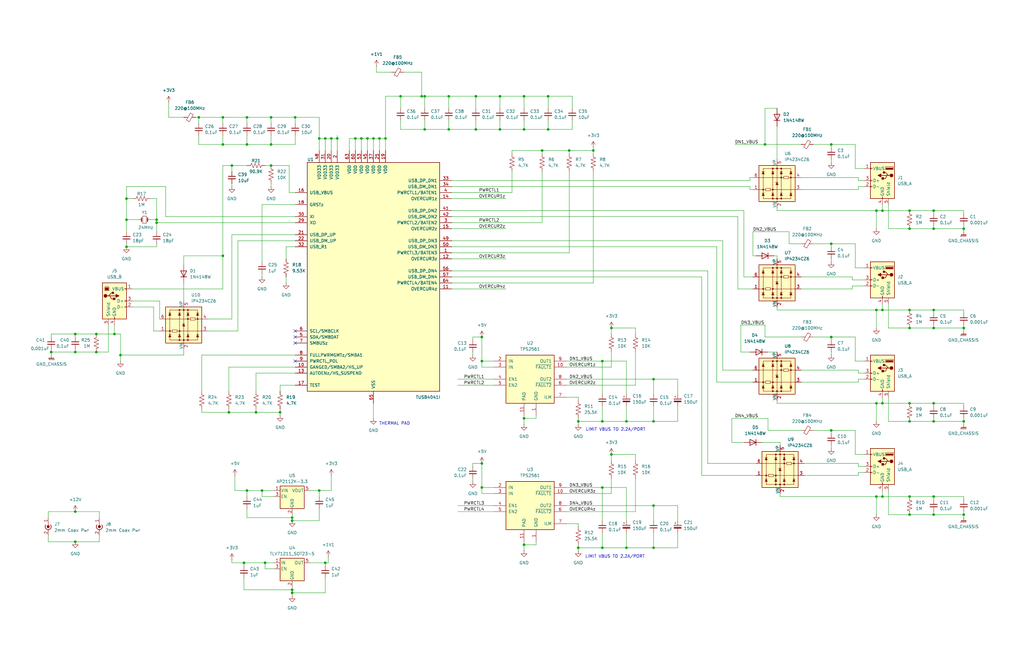
<source format=kicad_sch>
(kicad_sch (version 20250114) (generator "eeschema") (generator_version "9.0")
  (paper "B")
  (text "LIMIT VBUS TO 2.2A/PORT" (at 259.334 234.95 0) (effects (font (size 1.27 1.27))))
  (text "THERMAL PAD" (at 166.37 178.816 0) (effects (font (size 1.27 1.27))))
  (text "LIMIT VBUS TO 2.2A/PORT" (at 259.588 181.356 0) (effects (font (size 1.27 1.27))))
  (junction (at 275.59 160.02))
  (junction (at 114.3 69.85))
  (junction (at 149.86 58.42))
  (junction (at 393.7 209.55))
  (junction (at 393.7 130.81))
  (junction (at 203.2 142.24))
  (junction (at 31.75 140.97))
  (junction (at 243.84 231.14))
  (junction (at 53.34 83.82))
  (junction (at 66.04 92.71))
  (junction (at 275.59 177.8))
  (junction (at 383.54 138.43))
  (junction (at 383.54 217.17))
  (junction (at 162.56 58.42))
  (junction (at 264.16 231.14))
  (junction (at 93.98 49.53))
  (junction (at 137.16 237.49))
  (junction (at 134.62 58.42))
  (junction (at 83.82 49.53))
  (junction (at 393.7 217.17))
  (junction (at 406.4 177.8))
  (junction (at 350.52 181.61))
  (junction (at 383.54 177.8))
  (junction (at 114.3 49.53))
  (junction (at 157.48 58.42))
  (junction (at 179.07 40.64))
  (junction (at 21.59 148.59))
  (junction (at 220.98 229.87))
  (junction (at 154.94 58.42))
  (junction (at 228.6 63.5))
  (junction (at 250.19 63.5))
  (junction (at 372.11 209.55))
  (junction (at 350.52 102.87))
  (junction (at 210.82 40.64))
  (junction (at 383.54 209.55))
  (junction (at 93.98 107.95))
  (junction (at 372.11 130.81))
  (junction (at 137.16 58.42))
  (junction (at 254 152.4))
  (junction (at 383.54 130.81))
  (junction (at 369.57 88.9))
  (junction (at 350.52 142.24))
  (junction (at 322.58 60.96))
  (junction (at 50.8 149.86))
  (junction (at 240.03 63.5))
  (junction (at 142.24 58.42))
  (junction (at 264.16 177.8))
  (junction (at 203.2 152.4))
  (junction (at 203.2 195.58))
  (junction (at 220.98 40.64))
  (junction (at 66.04 93.98))
  (junction (at 123.19 250.19))
  (junction (at 257.81 191.77))
  (junction (at 383.54 96.52))
  (junction (at 369.57 170.18))
  (junction (at 168.91 40.64))
  (junction (at 31.75 215.9))
  (junction (at 275.59 213.36))
  (junction (at 123.19 218.44))
  (junction (at 369.57 209.55))
  (junction (at 102.87 237.49))
  (junction (at 200.66 54.61))
  (junction (at 393.7 177.8))
  (junction (at 372.11 88.9))
  (junction (at 134.62 207.01))
  (junction (at 114.3 60.96))
  (junction (at 200.66 40.64))
  (junction (at 104.14 49.53))
  (junction (at 53.34 92.71))
  (junction (at 406.4 217.17))
  (junction (at 243.84 177.8))
  (junction (at 123.19 248.92))
  (junction (at 31.75 228.6))
  (junction (at 107.95 173.99))
  (junction (at 369.57 130.81))
  (junction (at 383.54 170.18))
  (junction (at 393.7 88.9))
  (junction (at 189.23 40.64))
  (junction (at 372.11 170.18))
  (junction (at 97.79 69.85))
  (junction (at 254 231.14))
  (junction (at 110.49 207.01))
  (junction (at 275.59 231.14))
  (junction (at 406.4 96.52))
  (junction (at 93.98 60.96))
  (junction (at 48.26 140.97))
  (junction (at 231.14 40.64))
  (junction (at 40.64 148.59))
  (junction (at 96.52 173.99))
  (junction (at 111.76 237.49))
  (junction (at 231.14 54.61))
  (junction (at 53.34 104.14))
  (junction (at 152.4 58.42))
  (junction (at 257.81 138.43))
  (junction (at 393.7 138.43))
  (junction (at 220.98 176.53))
  (junction (at 383.54 88.9))
  (junction (at 254 177.8))
  (junction (at 104.14 207.01))
  (junction (at 31.75 148.59))
  (junction (at 220.98 54.61))
  (junction (at 123.19 219.71))
  (junction (at 210.82 54.61))
  (junction (at 160.02 58.42))
  (junction (at 118.11 173.99))
  (junction (at 254 205.74))
  (junction (at 393.7 96.52))
  (junction (at 179.07 54.61))
  (junction (at 406.4 138.43))
  (junction (at 124.46 49.53))
  (junction (at 203.2 205.74))
  (junction (at 189.23 54.61))
  (junction (at 40.64 140.97))
  (junction (at 350.52 60.96))
  (junction (at 104.14 60.96))
  (junction (at 177.8 40.64))
  (junction (at 139.7 58.42))
  (junction (at 393.7 170.18))
  (no_connect (at 124.46 144.78))
  (no_connect (at 124.46 142.24))
  (no_connect (at 124.46 152.4))
  (no_connect (at 124.46 139.7))
  (wire (pts (xy 311.15 91.44) (xy 190.5 91.44)))
  (wire (pts (xy 220.98 175.26) (xy 220.98 176.53)))
  (wire (pts (xy 41.91 228.6) (xy 41.91 226.06)))
  (wire (pts (xy 361.95 161.29) (xy 361.95 160.02)))
  (wire (pts (xy 215.9 63.5) (xy 215.9 64.77)))
  (wire (pts (xy 124.46 49.53) (xy 134.62 49.53)))
  (wire (pts (xy 168.91 40.64) (xy 168.91 45.72)))
  (wire (pts (xy 316.23 80.01) (xy 317.5 80.01)))
  (wire (pts (xy 322.58 137.16) (xy 322.58 142.24)))
  (wire (pts (xy 250.19 62.23) (xy 250.19 63.5)))
  (wire (pts (xy 372.11 170.18) (xy 369.57 170.18)))
  (wire (pts (xy 360.68 191.77) (xy 360.68 181.61)))
  (wire (pts (xy 179.07 45.72) (xy 179.07 40.64)))
  (wire (pts (xy 326.39 107.95) (xy 327.66 107.95)))
  (wire (pts (xy 257.81 194.31) (xy 257.81 191.77)))
  (wire (pts (xy 118.11 173.99) (xy 118.11 175.26)))
  (wire (pts (xy 107.95 172.72) (xy 107.95 173.99)))
  (wire (pts (xy 100.33 101.6) (xy 100.33 139.7)))
  (wire (pts (xy 226.06 175.26) (xy 226.06 176.53)))
  (wire (pts (xy 285.75 213.36) (xy 275.59 213.36)))
  (wire (pts (xy 359.41 116.84) (xy 359.41 118.11)))
  (wire (pts (xy 162.56 40.64) (xy 162.56 58.42)))
  (wire (pts (xy 295.91 200.66) (xy 318.77 200.66)))
  (wire (pts (xy 372.11 130.81) (xy 369.57 130.81)))
  (wire (pts (xy 124.46 157.48) (xy 107.95 157.48)))
  (wire (pts (xy 210.82 54.61) (xy 220.98 54.61)))
  (wire (pts (xy 374.65 207.01) (xy 374.65 217.17)))
  (wire (pts (xy 199.39 196.85) (xy 199.39 195.58)))
  (wire (pts (xy 97.79 134.62) (xy 97.79 99.06)))
  (wire (pts (xy 298.45 114.3) (xy 190.5 114.3)))
  (wire (pts (xy 40.64 140.97) (xy 31.75 140.97)))
  (wire (pts (xy 304.8 101.6) (xy 190.5 101.6)))
  (wire (pts (xy 139.7 58.42) (xy 139.7 63.5)))
  (wire (pts (xy 190.5 104.14) (xy 302.26 104.14)))
  (wire (pts (xy 179.07 54.61) (xy 189.23 54.61)))
  (wire (pts (xy 110.49 86.36) (xy 110.49 110.49)))
  (wire (pts (xy 318.77 107.95) (xy 317.5 107.95)))
  (wire (pts (xy 372.11 207.01) (xy 372.11 209.55)))
  (wire (pts (xy 83.82 57.15) (xy 83.82 60.96)))
  (wire (pts (xy 104.14 214.63) (xy 104.14 218.44)))
  (wire (pts (xy 189.23 45.72) (xy 189.23 40.64)))
  (wire (pts (xy 96.52 172.72) (xy 96.52 173.99)))
  (wire (pts (xy 58.42 92.71) (xy 53.34 92.71)))
  (wire (pts (xy 406.4 209.55) (xy 406.4 210.82)))
  (wire (pts (xy 317.5 97.79) (xy 317.5 107.95)))
  (wire (pts (xy 241.3 54.61) (xy 241.3 50.8)))
  (wire (pts (xy 393.7 88.9) (xy 406.4 88.9)))
  (wire (pts (xy 406.4 177.8) (xy 406.4 179.07)))
  (wire (pts (xy 243.84 220.98) (xy 243.84 222.25)))
  (wire (pts (xy 302.26 104.14) (xy 302.26 161.29)))
  (wire (pts (xy 361.95 160.02) (xy 364.49 160.02)))
  (wire (pts (xy 104.14 57.15) (xy 104.14 60.96)))
  (wire (pts (xy 193.04 215.9) (xy 208.28 215.9)))
  (wire (pts (xy 322.58 60.96) (xy 337.82 60.96)))
  (wire (pts (xy 250.19 63.5) (xy 250.19 64.77)))
  (wire (pts (xy 322.58 45.72) (xy 322.58 60.96)))
  (wire (pts (xy 53.34 78.74) (xy 69.85 78.74)))
  (wire (pts (xy 406.4 88.9) (xy 406.4 90.17)))
  (wire (pts (xy 350.52 68.58) (xy 350.52 67.31)))
  (wire (pts (xy 97.79 237.49) (xy 97.79 236.22)))
  (wire (pts (xy 199.39 143.51) (xy 199.39 142.24)))
  (wire (pts (xy 238.76 213.36) (xy 275.59 213.36)))
  (wire (pts (xy 243.84 231.14) (xy 254 231.14)))
  (wire (pts (xy 64.77 139.7) (xy 67.31 139.7)))
  (wire (pts (xy 137.16 250.19) (xy 123.19 250.19)))
  (wire (pts (xy 361.95 200.66) (xy 339.09 200.66)))
  (wire (pts (xy 77.47 149.86) (xy 50.8 149.86)))
  (wire (pts (xy 406.4 96.52) (xy 393.7 96.52)))
  (wire (pts (xy 337.82 74.93) (xy 361.95 74.93)))
  (wire (pts (xy 40.64 148.59) (xy 31.75 148.59)))
  (wire (pts (xy 257.81 140.97) (xy 257.81 138.43)))
  (wire (pts (xy 193.04 213.36) (xy 208.28 213.36)))
  (wire (pts (xy 93.98 69.85) (xy 93.98 107.95)))
  (wire (pts (xy 264.16 219.71) (xy 264.16 205.74)))
  (wire (pts (xy 123.19 247.65) (xy 123.19 248.92)))
  (wire (pts (xy 114.3 69.85) (xy 121.92 69.85)))
  (wire (pts (xy 123.19 250.19) (xy 123.19 251.46)))
  (wire (pts (xy 55.88 129.54) (xy 64.77 129.54)))
  (wire (pts (xy 312.42 137.16) (xy 322.58 137.16)))
  (wire (pts (xy 93.98 60.96) (xy 104.14 60.96)))
  (wire (pts (xy 406.4 96.52) (xy 406.4 95.25)))
  (wire (pts (xy 87.63 139.7) (xy 100.33 139.7)))
  (wire (pts (xy 337.82 161.29) (xy 361.95 161.29)))
  (wire (pts (xy 200.66 54.61) (xy 210.82 54.61)))
  (wire (pts (xy 77.47 119.38) (xy 77.47 127)))
  (wire (pts (xy 107.95 157.48) (xy 107.95 165.1)))
  (wire (pts (xy 134.62 49.53) (xy 134.62 58.42)))
  (wire (pts (xy 383.54 177.8) (xy 393.7 177.8)))
  (wire (pts (xy 200.66 50.8) (xy 200.66 54.61)))
  (wire (pts (xy 50.8 149.86) (xy 50.8 152.4)))
  (wire (pts (xy 114.3 60.96) (xy 124.46 60.96)))
  (wire (pts (xy 69.85 91.44) (xy 124.46 91.44)))
  (wire (pts (xy 142.24 58.42) (xy 142.24 63.5)))
  (wire (pts (xy 406.4 177.8) (xy 393.7 177.8)))
  (wire (pts (xy 114.3 57.15) (xy 114.3 60.96)))
  (wire (pts (xy 31.75 147.32) (xy 31.75 148.59)))
  (wire (pts (xy 317.5 156.21) (xy 304.8 156.21)))
  (wire (pts (xy 189.23 40.64) (xy 200.66 40.64)))
  (wire (pts (xy 312.42 148.59) (xy 316.23 148.59)))
  (wire (pts (xy 97.79 99.06) (xy 124.46 99.06)))
  (wire (pts (xy 374.65 128.27) (xy 374.65 138.43)))
  (wire (pts (xy 393.7 130.81) (xy 406.4 130.81)))
  (wire (pts (xy 190.5 88.9) (xy 313.69 88.9)))
  (wire (pts (xy 406.4 138.43) (xy 406.4 139.7)))
  (wire (pts (xy 123.19 218.44) (xy 123.19 217.17)))
  (wire (pts (xy 208.28 152.4) (xy 203.2 152.4)))
  (wire (pts (xy 327.66 53.34) (xy 327.66 67.31)))
  (wire (pts (xy 102.87 237.49) (xy 97.79 237.49)))
  (wire (pts (xy 323.85 148.59) (xy 327.66 148.59)))
  (wire (pts (xy 110.49 115.57) (xy 110.49 116.84)))
  (wire (pts (xy 393.7 95.25) (xy 393.7 96.52)))
  (wire (pts (xy 342.9 102.87) (xy 350.52 102.87)))
  (wire (pts (xy 200.66 40.64) (xy 200.66 45.72)))
  (wire (pts (xy 328.93 209.55) (xy 369.57 209.55)))
  (wire (pts (xy 360.68 71.12) (xy 360.68 60.96)))
  (wire (pts (xy 364.49 120.65) (xy 359.41 120.65)))
  (wire (pts (xy 149.86 58.42) (xy 152.4 58.42)))
  (wire (pts (xy 123.19 248.92) (xy 123.19 250.19)))
  (wire (pts (xy 152.4 58.42) (xy 152.4 63.5)))
  (wire (pts (xy 53.34 102.87) (xy 53.34 104.14)))
  (wire (pts (xy 369.57 209.55) (xy 369.57 217.17)))
  (wire (pts (xy 369.57 88.9) (xy 327.66 88.9)))
  (wire (pts (xy 322.58 142.24) (xy 337.82 142.24)))
  (wire (pts (xy 406.4 217.17) (xy 393.7 217.17)))
  (wire (pts (xy 31.75 140.97) (xy 21.59 140.97)))
  (wire (pts (xy 162.56 58.42) (xy 162.56 63.5)))
  (wire (pts (xy 40.64 140.97) (xy 48.26 140.97)))
  (wire (pts (xy 372.11 88.9) (xy 369.57 88.9)))
  (wire (pts (xy 383.54 209.55) (xy 393.7 209.55)))
  (wire (pts (xy 308.61 176.53) (xy 308.61 186.69)))
  (wire (pts (xy 231.14 54.61) (xy 241.3 54.61)))
  (wire (pts (xy 93.98 69.85) (xy 97.79 69.85)))
  (wire (pts (xy 190.5 121.92) (xy 213.36 121.92)))
  (wire (pts (xy 158.75 30.48) (xy 165.1 30.48)))
  (wire (pts (xy 327.66 107.95) (xy 327.66 109.22)))
  (wire (pts (xy 254 177.8) (xy 264.16 177.8)))
  (wire (pts (xy 83.82 60.96) (xy 93.98 60.96)))
  (wire (pts (xy 41.91 215.9) (xy 41.91 218.44)))
  (wire (pts (xy 364.49 199.39) (xy 361.95 199.39)))
  (wire (pts (xy 111.76 69.85) (xy 114.3 69.85)))
  (wire (pts (xy 250.19 119.38) (xy 250.19 72.39)))
  (wire (pts (xy 120.65 104.14) (xy 120.65 109.22)))
  (wire (pts (xy 118.11 172.72) (xy 118.11 173.99)))
  (wire (pts (xy 31.75 215.9) (xy 41.91 215.9)))
  (wire (pts (xy 124.46 86.36) (xy 110.49 86.36)))
  (wire (pts (xy 215.9 72.39) (xy 215.9 81.28)))
  (wire (pts (xy 323.85 181.61) (xy 337.82 181.61)))
  (wire (pts (xy 104.14 60.96) (xy 114.3 60.96)))
  (wire (pts (xy 114.3 49.53) (xy 114.3 52.07)))
  (wire (pts (xy 53.34 104.14) (xy 66.04 104.14)))
  (wire (pts (xy 264.16 166.37) (xy 264.16 152.4)))
  (wire (pts (xy 285.75 219.71) (xy 285.75 213.36)))
  (wire (pts (xy 238.76 152.4) (xy 254 152.4)))
  (wire (pts (xy 134.62 207.01) (xy 134.62 209.55)))
  (wire (pts (xy 93.98 49.53) (xy 93.98 52.07)))
  (wire (pts (xy 93.98 107.95) (xy 93.98 121.92)))
  (wire (pts (xy 369.57 130.81) (xy 369.57 138.43)))
  (wire (pts (xy 208.28 208.28) (xy 203.2 208.28)))
  (wire (pts (xy 104.14 49.53) (xy 114.3 49.53)))
  (wire (pts (xy 240.03 63.5) (xy 240.03 64.77)))
  (wire (pts (xy 393.7 170.18) (xy 393.7 171.45)))
  (wire (pts (xy 45.72 137.16) (xy 45.72 148.59)))
  (wire (pts (xy 360.68 102.87) (xy 350.52 102.87)))
  (wire (pts (xy 383.54 96.52) (xy 393.7 96.52)))
  (wire (pts (xy 264.16 177.8) (xy 275.59 177.8)))
  (wire (pts (xy 20.32 228.6) (xy 31.75 228.6)))
  (wire (pts (xy 66.04 92.71) (xy 66.04 93.98)))
  (wire (pts (xy 312.42 137.16) (xy 312.42 148.59)))
  (wire (pts (xy 406.4 96.52) (xy 406.4 97.79)))
  (wire (pts (xy 134.62 219.71) (xy 134.62 214.63)))
  (wire (pts (xy 139.7 200.66) (xy 139.7 207.01)))
  (wire (pts (xy 20.32 226.06) (xy 20.32 228.6)))
  (wire (pts (xy 199.39 148.59) (xy 199.39 149.86)))
  (wire (pts (xy 372.11 209.55) (xy 383.54 209.55)))
  (wire (pts (xy 317.5 121.92) (xy 311.15 121.92)))
  (wire (pts (xy 20.32 218.44) (xy 20.32 215.9)))
  (wire (pts (xy 93.98 57.15) (xy 93.98 60.96)))
  (wire (pts (xy 361.95 78.74) (xy 364.49 78.74)))
  (wire (pts (xy 177.8 40.64) (xy 179.07 40.64)))
  (wire (pts (xy 177.8 30.48) (xy 177.8 40.64)))
  (wire (pts (xy 50.8 140.97) (xy 50.8 149.86)))
  (wire (pts (xy 190.5 96.52) (xy 213.36 96.52)))
  (wire (pts (xy 199.39 201.93) (xy 199.39 203.2)))
  (wire (pts (xy 147.32 63.5) (xy 147.32 58.42)))
  (wire (pts (xy 393.7 209.55) (xy 406.4 209.55)))
  (wire (pts (xy 350.52 182.88) (xy 350.52 181.61)))
  (wire (pts (xy 77.47 111.76) (xy 77.47 107.95)))
  (wire (pts (xy 350.52 104.14) (xy 350.52 102.87)))
  (wire (pts (xy 158.75 27.94) (xy 158.75 30.48)))
  (wire (pts (xy 342.9 181.61) (xy 350.52 181.61)))
  (wire (pts (xy 137.16 237.49) (xy 137.16 238.76)))
  (wire (pts (xy 208.28 205.74) (xy 203.2 205.74)))
  (wire (pts (xy 364.49 113.03) (xy 360.68 113.03)))
  (wire (pts (xy 67.31 127) (xy 55.88 127)))
  (wire (pts (xy 311.15 121.92) (xy 311.15 91.44)))
  (wire (pts (xy 243.84 177.8) (xy 254 177.8)))
  (wire (pts (xy 323.85 176.53) (xy 323.85 181.61)))
  (wire (pts (xy 67.31 134.62) (xy 67.31 127)))
  (wire (pts (xy 364.49 191.77) (xy 360.68 191.77)))
  (wire (pts (xy 118.11 162.56) (xy 118.11 165.1)))
  (wire (pts (xy 295.91 116.84) (xy 295.91 200.66)))
  (wire (pts (xy 190.5 109.22) (xy 213.36 109.22)))
  (wire (pts (xy 124.46 149.86) (xy 85.09 149.86)))
  (wire (pts (xy 257.81 191.77) (xy 267.97 191.77)))
  (wire (pts (xy 374.65 86.36) (xy 374.65 96.52)))
  (wire (pts (xy 64.77 129.54) (xy 64.77 139.7)))
  (wire (pts (xy 257.81 208.28) (xy 257.81 201.93)))
  (wire (pts (xy 124.46 101.6) (xy 100.33 101.6)))
  (wire (pts (xy 66.04 93.98) (xy 66.04 97.79)))
  (wire (pts (xy 77.47 147.32) (xy 77.47 149.86)))
  (wire (pts (xy 199.39 195.58) (xy 203.2 195.58)))
  (wire (pts (xy 308.61 186.69) (xy 313.69 186.69)))
  (wire (pts (xy 238.76 215.9) (xy 267.97 215.9)))
  (wire (pts (xy 361.95 199.39) (xy 361.95 200.66)))
  (wire (pts (xy 53.34 92.71) (xy 53.34 83.82)))
  (wire (pts (xy 350.52 62.23) (xy 350.52 60.96)))
  (wire (pts (xy 154.94 58.42) (xy 154.94 63.5)))
  (wire (pts (xy 121.92 69.85) (xy 121.92 81.28)))
  (wire (pts (xy 238.76 160.02) (xy 275.59 160.02)))
  (wire (pts (xy 138.43 234.95) (xy 138.43 237.49)))
  (wire (pts (xy 264.16 231.14) (xy 275.59 231.14)))
  (wire (pts (xy 82.55 49.53) (xy 83.82 49.53)))
  (wire (pts (xy 313.69 88.9) (xy 313.69 116.84)))
  (wire (pts (xy 53.34 92.71) (xy 53.34 97.79)))
  (wire (pts (xy 190.5 93.98) (xy 228.6 93.98)))
  (wire (pts (xy 285.75 166.37) (xy 285.75 160.02)))
  (wire (pts (xy 179.07 50.8) (xy 179.07 54.61)))
  (wire (pts (xy 231.14 40.64) (xy 241.3 40.64)))
  (wire (pts (xy 267.97 162.56) (xy 267.97 148.59)))
  (wire (pts (xy 102.87 248.92) (xy 123.19 248.92)))
  (wire (pts (xy 77.47 107.95) (xy 93.98 107.95)))
  (wire (pts (xy 134.62 207.01) (xy 139.7 207.01)))
  (wire (pts (xy 120.65 116.84) (xy 120.65 119.38)))
  (wire (pts (xy 264.16 224.79) (xy 264.16 231.14)))
  (wire (pts (xy 372.11 88.9) (xy 383.54 88.9)))
  (wire (pts (xy 254 171.45) (xy 254 177.8)))
  (wire (pts (xy 316.23 74.93) (xy 317.5 74.93)))
  (wire (pts (xy 154.94 58.42) (xy 157.48 58.42)))
  (wire (pts (xy 199.39 142.24) (xy 203.2 142.24)))
  (wire (pts (xy 189.23 54.61) (xy 200.66 54.61)))
  (wire (pts (xy 364.49 152.4) (xy 360.68 152.4)))
  (wire (pts (xy 215.9 81.28) (xy 190.5 81.28)))
  (wire (pts (xy 372.11 209.55) (xy 369.57 209.55)))
  (wire (pts (xy 275.59 224.79) (xy 275.59 231.14)))
  (wire (pts (xy 66.04 92.71) (xy 66.04 83.82)))
  (wire (pts (xy 238.76 154.94) (xy 257.81 154.94)))
  (wire (pts (xy 285.75 160.02) (xy 275.59 160.02)))
  (wire (pts (xy 53.34 83.82) (xy 55.88 83.82)))
  (wire (pts (xy 55.88 121.92) (xy 93.98 121.92)))
  (wire (pts (xy 83.82 49.53) (xy 93.98 49.53)))
  (wire (pts (xy 360.68 113.03) (xy 360.68 102.87)))
  (wire (pts (xy 87.63 134.62) (xy 97.79 134.62)))
  (wire (pts (xy 360.68 60.96) (xy 350.52 60.96)))
  (wire (pts (xy 85.09 149.86) (xy 85.09 165.1)))
  (wire (pts (xy 20.32 215.9) (xy 31.75 215.9)))
  (wire (pts (xy 137.16 58.42) (xy 139.7 58.42)))
  (wire (pts (xy 383.54 130.81) (xy 393.7 130.81)))
  (wire (pts (xy 406.4 130.81) (xy 406.4 132.08)))
  (wire (pts (xy 226.06 229.87) (xy 220.98 229.87)))
  (wire (pts (xy 220.98 45.72) (xy 220.98 40.64)))
  (wire (pts (xy 243.84 177.8) (xy 243.84 179.07)))
  (wire (pts (xy 53.34 83.82) (xy 53.34 78.74)))
  (wire (pts (xy 383.54 138.43) (xy 393.7 138.43)))
  (wire (pts (xy 137.16 243.84) (xy 137.16 250.19)))
  (wire (pts (xy 243.84 229.87) (xy 243.84 231.14)))
  (wire (pts (xy 374.65 167.64) (xy 374.65 177.8)))
  (wire (pts (xy 149.86 58.42) (xy 149.86 63.5)))
  (wire (pts (xy 360.68 152.4) (xy 360.68 142.24)))
  (wire (pts (xy 393.7 130.81) (xy 393.7 132.08)))
  (wire (pts (xy 275.59 219.71) (xy 275.59 213.36)))
  (wire (pts (xy 254 231.14) (xy 264.16 231.14)))
  (wire (pts (xy 96.52 165.1) (xy 96.52 154.94)))
  (wire (pts (xy 228.6 63.5) (xy 228.6 64.77)))
  (wire (pts (xy 337.82 80.01) (xy 361.95 80.01)))
  (wire (pts (xy 226.06 176.53) (xy 220.98 176.53)))
  (wire (pts (xy 285.75 231.14) (xy 285.75 224.79)))
  (wire (pts (xy 275.59 231.14) (xy 285.75 231.14)))
  (wire (pts (xy 152.4 58.42) (xy 154.94 58.42)))
  (wire (pts (xy 264.16 152.4) (xy 254 152.4)))
  (wire (pts (xy 226.06 228.6) (xy 226.06 229.87)))
  (wire (pts (xy 83.82 49.53) (xy 83.82 52.07)))
  (wire (pts (xy 337.82 116.84) (xy 359.41 116.84)))
  (wire (pts (xy 107.95 173.99) (xy 118.11 173.99)))
  (wire (pts (xy 374.65 96.52) (xy 383.54 96.52)))
  (wire (pts (xy 231.14 45.72) (xy 231.14 40.64)))
  (wire (pts (xy 48.26 140.97) (xy 50.8 140.97)))
  (wire (pts (xy 168.91 54.61) (xy 179.07 54.61)))
  (wire (pts (xy 203.2 142.24) (xy 203.2 152.4)))
  (wire (pts (xy 350.52 143.51) (xy 350.52 142.24)))
  (wire (pts (xy 115.57 237.49) (xy 111.76 237.49)))
  (wire (pts (xy 406.4 170.18) (xy 406.4 171.45)))
  (wire (pts (xy 137.16 58.42) (xy 137.16 63.5)))
  (wire (pts (xy 220.98 228.6) (xy 220.98 229.87)))
  (wire (pts (xy 190.5 76.2) (xy 316.23 76.2)))
  (wire (pts (xy 190.5 116.84) (xy 295.91 116.84)))
  (wire (pts (xy 393.7 209.55) (xy 393.7 210.82)))
  (wire (pts (xy 99.06 207.01) (xy 99.06 200.66)))
  (wire (pts (xy 243.84 231.14) (xy 243.84 232.41)))
  (wire (pts (xy 318.77 195.58) (xy 298.45 195.58)))
  (wire (pts (xy 350.52 149.86) (xy 350.52 148.59)))
  (wire (pts (xy 114.3 49.53) (xy 124.46 49.53)))
  (wire (pts (xy 304.8 156.21) (xy 304.8 101.6)))
  (wire (pts (xy 383.54 88.9) (xy 393.7 88.9)))
  (wire (pts (xy 124.46 49.53) (xy 124.46 52.07)))
  (wire (pts (xy 21.59 148.59) (xy 21.59 147.32)))
  (wire (pts (xy 350.52 110.49) (xy 350.52 109.22)))
  (wire (pts (xy 359.41 121.92) (xy 337.82 121.92)))
  (wire (pts (xy 160.02 58.42) (xy 162.56 58.42)))
  (wire (pts (xy 372.11 170.18) (xy 383.54 170.18)))
  (wire (pts (xy 203.2 195.58) (xy 203.2 205.74)))
  (wire (pts (xy 115.57 209.55) (xy 110.49 209.55)))
  (wire (pts (xy 327.66 45.72) (xy 322.58 45.72)))
  (wire (pts (xy 130.81 237.49) (xy 137.16 237.49)))
  (wire (pts (xy 190.5 83.82) (xy 213.36 83.82)))
  (wire (pts (xy 104.14 207.01) (xy 99.06 207.01)))
  (wire (pts (xy 66.04 104.14) (xy 66.04 102.87)))
  (wire (pts (xy 240.03 106.68) (xy 240.03 72.39)))
  (wire (pts (xy 361.95 196.85) (xy 364.49 196.85)))
  (wire (pts (xy 160.02 58.42) (xy 160.02 63.5)))
  (wire (pts (xy 189.23 50.8) (xy 189.23 54.61)))
  (wire (pts (xy 372.11 167.64) (xy 372.11 170.18)))
  (wire (pts (xy 21.59 148.59) (xy 21.59 149.86)))
  (wire (pts (xy 220.98 50.8) (xy 220.98 54.61)))
  (wire (pts (xy 313.69 116.84) (xy 317.5 116.84)))
  (wire (pts (xy 267.97 215.9) (xy 267.97 201.93)))
  (wire (pts (xy 275.59 177.8) (xy 285.75 177.8)))
  (wire (pts (xy 372.11 130.81) (xy 383.54 130.81)))
  (wire (pts (xy 393.7 137.16) (xy 393.7 138.43)))
  (wire (pts (xy 104.14 207.01) (xy 104.14 209.55)))
  (wire (pts (xy 114.3 77.47) (xy 114.3 78.74)))
  (wire (pts (xy 123.19 218.44) (xy 123.19 219.71)))
  (wire (pts (xy 21.59 140.97) (xy 21.59 142.24)))
  (wire (pts (xy 317.5 97.79) (xy 332.74 97.79)))
  (wire (pts (xy 393.7 88.9) (xy 393.7 90.17)))
  (wire (pts (xy 157.48 58.42) (xy 160.02 58.42)))
  (wire (pts (xy 328.93 186.69) (xy 328.93 187.96)))
  (wire (pts (xy 231.14 50.8) (xy 231.14 54.61)))
  (wire (pts (xy 264.16 171.45) (xy 264.16 177.8)))
  (wire (pts (xy 254 205.74) (xy 264.16 205.74)))
  (wire (pts (xy 254 166.37) (xy 254 152.4)))
  (wire (pts (xy 220.98 229.87) (xy 220.98 232.41)))
  (wire (pts (xy 110.49 207.01) (xy 104.14 207.01)))
  (wire (pts (xy 220.98 40.64) (xy 231.14 40.64)))
  (wire (pts (xy 406.4 138.43) (xy 406.4 137.16)))
  (wire (pts (xy 374.65 138.43) (xy 383.54 138.43)))
  (wire (pts (xy 134.62 58.42) (xy 137.16 58.42)))
  (wire (pts (xy 93.98 49.53) (xy 104.14 49.53)))
  (wire (pts (xy 220.98 54.61) (xy 231.14 54.61)))
  (wire (pts (xy 321.31 186.69) (xy 328.93 186.69)))
  (wire (pts (xy 142.24 57.15) (xy 142.24 58.42)))
  (wire (pts (xy 31.75 228.6) (xy 41.91 228.6)))
  (wire (pts (xy 342.9 60.96) (xy 350.52 60.96)))
  (wire (pts (xy 308.61 176.53) (xy 323.85 176.53)))
  (wire (pts (xy 267.97 191.77) (xy 267.97 194.31)))
  (wire (pts (xy 360.68 181.61) (xy 350.52 181.61)))
  (wire (pts (xy 383.54 170.18) (xy 393.7 170.18)))
  (wire (pts (xy 193.04 162.56) (xy 208.28 162.56)))
  (wire (pts (xy 190.5 78.74) (xy 316.23 78.74)))
  (wire (pts (xy 254 219.71) (xy 254 205.74)))
  (wire (pts (xy 327.66 129.54) (xy 327.66 130.81)))
  (wire (pts (xy 316.23 78.74) (xy 316.23 80.01)))
  (wire (pts (xy 45.72 148.59) (xy 40.64 148.59)))
  (wire (pts (xy 238.76 205.74) (xy 254 205.74)))
  (wire (pts (xy 275.59 166.37) (xy 275.59 160.02)))
  (wire (pts (xy 137.16 237.49) (xy 138.43 237.49)))
  (wire (pts (xy 406.4 217.17) (xy 406.4 215.9)))
  (wire (pts (xy 200.66 40.64) (xy 210.82 40.64)))
  (wire (pts (xy 228.6 63.5) (xy 240.03 63.5)))
  (wire (pts (xy 240.03 63.5) (xy 250.19 63.5)))
  (wire (pts (xy 168.91 50.8) (xy 168.91 54.61)))
  (wire (pts (xy 364.49 71.12) (xy 360.68 71.12)))
  (wire (pts (xy 147.32 58.42) (xy 149.86 58.42)))
  (wire (pts (xy 360.68 142.24) (xy 350.52 142.24)))
  (wire (pts (xy 130.81 207.01) (xy 134.62 207.01)))
  (wire (pts (xy 342.9 142.24) (xy 350.52 142.24)))
  (wire (pts (xy 104.14 49.53) (xy 104.14 52.07)))
  (wire (pts (xy 121.92 81.28) (xy 124.46 81.28)))
  (wire (pts (xy 372.11 128.27) (xy 372.11 130.81)))
  (wire (pts (xy 63.5 92.71) (xy 66.04 92.71)))
  (wire (pts (xy 374.65 177.8) (xy 383.54 177.8)))
  (wire (pts (xy 372.11 86.36) (xy 372.11 88.9)))
  (wire (pts (xy 96.52 173.99) (xy 107.95 173.99)))
  (wire (pts (xy 115.57 207.01) (xy 110.49 207.01)))
  (wire (pts (xy 115.57 240.03) (xy 111.76 240.03)))
  (wire (pts (xy 406.4 217.17) (xy 406.4 218.44)))
  (wire (pts (xy 254 224.79) (xy 254 231.14)))
  (wire (pts (xy 350.52 189.23) (xy 350.52 187.96)))
  (wire (pts (xy 383.54 217.17) (xy 393.7 217.17)))
  (wire (pts (xy 111.76 237.49) (xy 102.87 237.49)))
  (wire (pts (xy 257.81 154.94) (xy 257.81 148.59)))
  (wire (pts (xy 393.7 170.18) (xy 406.4 170.18)))
  (wire (pts (xy 69.85 78.74) (xy 69.85 91.44)))
  (wire (pts (xy 328.93 208.28) (xy 328.93 209.55)))
  (wire (pts (xy 369.57 170.18) (xy 369.57 177.8)))
  (wire (pts (xy 85.09 172.72) (xy 85.09 173.99)))
  (wire (pts (xy 66.04 83.82) (xy 63.5 83.82)))
  (wire (pts (xy 327.66 88.9) (xy 327.66 87.63)))
  (wire (pts (xy 361.95 76.2) (xy 364.49 76.2)))
  (wire (pts (xy 285.75 177.8) (xy 285.75 171.45)))
  (wire (pts (xy 327.66 130.81) (xy 369.57 130.81)))
  (wire (pts (xy 208.28 154.94) (xy 203.2 154.94)))
  (wire (pts (xy 316.23 76.2) (xy 316.23 74.93)))
  (wire (pts (xy 327.66 170.18) (xy 369.57 170.18)))
  (wire (pts (xy 374.65 217.17) (xy 383.54 217.17)))
  (wire (pts (xy 104.14 69.85) (xy 97.79 69.85)))
  (wire (pts (xy 275.59 171.45) (xy 275.59 177.8)))
  (wire (pts (xy 102.87 243.84) (xy 102.87 248.92)))
  (wire (pts (xy 369.57 88.9) (xy 369.57 96.52)))
  (wire (pts (xy 203.2 152.4) (xy 203.2 154.94)))
  (wire (pts (xy 203.2 205.74) (xy 203.2 208.28)))
  (wire (pts (xy 238.76 220.98) (xy 243.84 220.98)))
  (wire (pts (xy 110.49 209.55) (xy 110.49 207.01)))
  (wire (pts (xy 406.4 138.43) (xy 393.7 138.43)))
  (wire (pts (xy 168.91 40.64) (xy 177.8 40.64)))
  (wire (pts (xy 361.95 80.01) (xy 361.95 78.74)))
  (wire (pts (xy 21.59 148.59) (xy 31.75 148.59)))
  (wire (pts (xy 220.98 176.53) (xy 220.98 179.07)))
  (wire (pts (xy 104.14 218.44) (xy 123.19 218.44)))
  (wire (pts (xy 238.76 162.56) (xy 267.97 162.56)))
  (wire (pts (xy 210.82 40.64) (xy 220.98 40.64)))
  (wire (pts (xy 393.7 215.9) (xy 393.7 217.17)))
  (wire (pts (xy 31.75 140.97) (xy 31.75 142.24)))
  (wire (pts (xy 309.88 60.96) (xy 322.58 60.96)))
  (wire (pts (xy 85.09 173.99) (xy 96.52 173.99)))
  (wire (pts (xy 361.95 195.58) (xy 361.95 196.85)))
  (wire (pts (xy 179.07 40.64) (xy 189.23 40.64)))
  (wire (pts (xy 267.97 138.43) (xy 267.97 140.97)))
  (wire (pts (xy 134.62 58.42) (xy 134.62 63.5)))
  (wire (pts (xy 71.12 43.18) (xy 71.12 49.53)))
  (wire (pts (xy 298.45 195.58) (xy 298.45 114.3)))
  (wire (pts (xy 327.66 168.91) (xy 327.66 170.18)))
  (wire (pts (xy 124.46 60.96) (xy 124.46 57.15)))
  (wire (pts (xy 157.48 58.42) (xy 157.48 63.5)))
  (wire (pts (xy 124.46 162.56) (xy 118.11 162.56)))
  (wire (pts (xy 243.84 176.53) (xy 243.84 177.8)))
  (wire (pts (xy 339.09 195.58) (xy 361.95 195.58)))
  (wire (pts (xy 228.6 93.98) (xy 228.6 72.39)))
  (wire (pts (xy 393.7 176.53) (xy 393.7 177.8)))
  (wire (pts (xy 210.82 50.8) (xy 210.82 54.61)))
  (wire (pts (xy 361.95 157.48) (xy 364.49 157.48)))
  (wire (pts (xy 139.7 58.42) (xy 142.24 58.42)))
  (wire (pts (xy 71.12 49.53) (xy 77.47 49.53)))
  (wire (pts (xy 359.41 118.11) (xy 364.49 118.11)))
  (wire (pts (xy 241.3 40.64) (xy 241.3 45.72)))
  (wire (pts (xy 123.19 219.71) (xy 134.62 219.71)))
  (wire (pts (xy 97.79 77.47) (xy 97.79 78.74)))
  (wire (pts (xy 97.79 69.85) (xy 97.79 72.39)))
  (wire (pts (xy 111.76 240.03) (xy 111.76 237.49)))
  (wire (pts (xy 337.82 156.21) (xy 361.95 156.21)))
  (wire (pts (xy 190.5 106.68) (xy 240.03 106.68)))
  (wire (pts (xy 361.95 74.93) (xy 361.95 76.2)))
  (wire (pts (xy 102.87 237.49) (xy 102.87 238.76)))
  (wire (pts (xy 124.46 104.14) (xy 120.65 104.14)))
  (wire (pts (xy 257.81 138.43) (xy 267.97 138.43)))
  (wire (pts (xy 302.26 161.29) (xy 317.5 161.29)))
  (wire (pts (xy 332.74 97.79) (xy 332.74 102.87)))
  (wire (pts (xy 190.5 119.38) (xy 250.19 119.38)))
  (wire (pts (xy 66.04 93.98) (xy 124.46 93.98)))
  (wire (pts (xy 406.4 177.8) (xy 406.4 176.53)))
  (wire (pts (xy 243.84 167.64) (xy 243.84 168.91)))
  (wire (pts (xy 210.82 40.64) (xy 210.82 45.72)))
  (wire (pts (xy 238.76 167.64) (xy 243.84 167.64)))
  (wire (pts (xy 168.91 40.64) (xy 162.56 40.64)))
  (wire (pts (xy 215.9 63.5) (xy 228.6 63.5)))
  (wire (pts (xy 170.18 30.48) (xy 177.8 30.48)))
  (wire (pts (xy 193.04 160.02) (xy 208.28 160.02)))
  (wire (pts (xy 332.74 102.87) (xy 337.82 102.87)))
  (wire (pts (xy 96.52 154.94) (xy 124.46 154.94)))
  (wire (pts (xy 48.26 137.16) (xy 48.26 140.97)))
  (wire (pts (xy 157.48 170.18) (xy 157.48 176.53)))
  (wire (pts (xy 238.76 208.28) (xy 257.81 208.28)))
  (wire (pts (xy 361.95 156.21) (xy 361.95 157.48)))
  (wire (pts (xy 359.41 120.65) (xy 359.41 121.92)))
  (label "OVERCUR3z" (at 201.93 109.22 0))
  (label "OVERCUR2z" (at 201.93 96.52 0))
  (label "DN3_VBUS" (at 240.03 205.74 0))
  (label "DN1_VBUS" (at 309.88 60.96 0))
  (label "PWRCTL1" (at 195.58 160.02 0))
  (label "OVERCUR1z" (at 240.03 154.94 0))
  (label "OVERCUR4z" (at 240.03 215.9 0))
  (label "DN4_VBUS" (at 240.03 213.36 0))
  (label "OVERCUR2z" (at 240.03 162.56 0))
  (label "OVERCUR1z" (at 201.93 83.82 0))
  (label "PWRCTL2" (at 195.58 162.56 0))
  (label "DN2_VBUS" (at 240.03 160.02 0))
  (label "DN3_VBUS" (at 312.42 137.16 0))
  (label "OVERCUR3z" (at 240.03 208.28 0))
  (label "DN1_VBUS" (at 240.03 152.4 0))
  (label "DN2_VBUS" (at 317.5 97.79 0))
  (label "PWRCTL3" (at 195.58 213.36 0))
  (label "PWRCTL1" (at 201.93 81.28 0))
  (label "PWRCTL2" (at 201.93 93.98 0))
  (label "OVERCUR4z" (at 201.93 121.92 0))
  (label "DN4_VBUS" (at 309.88 176.53 0))
  (label "PWRCTL4" (at 195.58 215.9 0))
  (symbol (lib_id "Device:C_Small") (at 210.82 48.26 0) (unit 1)
    (property "Reference" "C32" (at 213.36 46.9962 0) (effects (justify left)))
    (property "Value" "0.1uF" (at 213.36 49.5362 0) (effects (justify left)))
    (property "Footprint" "Capacitor_SMD:C_0603_1608Metric" (effects (hide yes)))
    (property "Description" "Unpolarized capacitor, small symbol" (effects (hide yes)))
  )
  (symbol (lib_id "Device:C_Small") (at 199.39 199.39 0) (mirror y) (unit 1)
    (property "Reference" "C22" (at 196.85 198.1262 0) (effects (justify left)))
    (property "Value" "0.1uF" (at 196.85 200.6662 0) (effects (justify left)))
    (property "Footprint" "Capacitor_SMD:C_0603_1608Metric" (effects (hide yes)))
    (property "Description" "Unpolarized capacitor, small symbol" (effects (hide yes)))
  )
  (symbol (lib_id "power:GND") (at 120.65 119.38 0) (mirror y) (unit 1)
    (property "Reference" "#PWR027" (effects (hide yes)))
    (property "Value" "GND" (at 120.65 124.46 0))
    (property "Description" "Power symbol creates a global label with name \"GND\" , ground" (effects (hide yes)))
  )
  (symbol (lib_id "Connector:USB_A") (at 372.11 76.2 0) (mirror y) (unit 1)
    (property "Reference" "J1" (at 378.46 74.9299 0) (effects (justify right)))
    (property "Value" "USB_A" (at 378.46 77.4699 0) (effects (justify right)))
    (property "Footprint" "Connector_USB:USB_A_Kycon_KUSBX-AS1N-B_Horizontal" (effects (hide yes)))
    (property "Description" "USB Type A connector" (effects (hide yes)))
  )
  (symbol (lib_id "Device:R_US") (at 243.84 172.72 0) (unit 1)
    (property "Reference" "R11" (at 246.38 171.4499 0) (effects (justify left)))
    (property "Value" "25.5K" (at 246.38 173.9899 0) (effects (justify left)))
    (property "Footprint" "Resistor_SMD:R_0603_1608Metric" (effects (hide yes)))
    (property "Description" "Resistor, US symbol" (effects (hide yes)))
  )
  (symbol (lib_id "Device:C_Small") (at 350.52 185.42 0) (unit 1)
    (property "Reference" "C10" (at 353.06 184.1562 0) (effects (justify left)))
    (property "Value" "0.1uF" (at 353.06 186.6962 0) (effects (justify left)))
    (property "Footprint" "Capacitor_SMD:C_0603_1608Metric" (effects (hide yes)))
    (property "Description" "Unpolarized capacitor, small symbol" (effects (hide yes)))
  )
  (symbol (lib_id "Device:R_US") (at 383.54 134.62 0) (unit 1)
    (property "Reference" "R4" (at 386.08 133.3499 0) (effects (justify left)))
    (property "Value" "1M" (at 386.08 135.8899 0) (effects (justify left)))
    (property "Footprint" "Resistor_SMD:R_0603_1608Metric" (effects (hide yes)))
    (property "Description" "Resistor, US symbol" (effects (hide yes)))
  )
  (symbol (lib_id "power:+5V") (at 99.06 200.66 0) (unit 1)
    (property "Reference" "#PWR037" (effects (hide yes)))
    (property "Value" "+5V" (at 99.06 195.58 0))
    (property "Description" "Power symbol creates a global label with name \"+5V\"" (effects (hide yes)))
  )
  (symbol (lib_id "power:GND") (at 114.3 78.74 0) (mirror y) (unit 1)
    (property "Reference" "#PWR031" (effects (hide yes)))
    (property "Value" "GND" (at 114.3 83.82 0))
    (property "Description" "Power symbol creates a global label with name \"GND\" , ground" (effects (hide yes)))
  )
  (symbol (lib_id "power:GND") (at 110.49 116.84 0) (mirror y) (unit 1)
    (property "Reference" "#PWR026" (effects (hide yes)))
    (property "Value" "GND" (at 110.49 121.92 0))
    (property "Description" "Power symbol creates a global label with name \"GND\" , ground" (effects (hide yes)))
  )
  (symbol (lib_id "power:GND") (at 157.48 176.53 0) (mirror y) (unit 1)
    (property "Reference" "#PWR030" (effects (hide yes)))
    (property "Value" "GND" (at 157.48 181.61 0))
    (property "Description" "Power symbol creates a global label with name \"GND\" , ground" (effects (hide yes)))
  )
  (symbol (lib_id "Device:C_Small") (at 200.66 48.26 0) (unit 1)
    (property "Reference" "C31" (at 203.2 46.9962 0) (effects (justify left)))
    (property "Value" "0.1uF" (at 203.2 49.5362 0) (effects (justify left)))
    (property "Footprint" "Capacitor_SMD:C_0603_1608Metric" (effects (hide yes)))
    (property "Description" "Unpolarized capacitor, small symbol" (effects (hide yes)))
  )
  (symbol (lib_id "Device:C_Small") (at 104.14 212.09 0) (unit 1)
    (property "Reference" "C44" (at 106.68 210.8262 0) (effects (justify left)))
    (property "Value" "1uF" (at 106.68 213.3662 0) (effects (justify left)))
    (property "Footprint" "Capacitor_SMD:C_0805_2012Metric" (effects (hide yes)))
    (property "Description" "Unpolarized capacitor, small symbol" (effects (hide yes)))
  )
  (symbol (lib_id "power:GND") (at 220.98 232.41 0) (mirror y) (unit 1)
    (property "Reference" "#PWR016" (effects (hide yes)))
    (property "Value" "GND" (at 220.98 237.49 0))
    (property "Description" "Power symbol creates a global label with name \"GND\" , ground" (effects (hide yes)))
  )
  (symbol (lib_id "power:GND") (at 350.52 149.86 0) (unit 1)
    (property "Reference" "#PWR07" (effects (hide yes)))
    (property "Value" "GND" (at 350.52 154.94 0))
    (property "Description" "Power symbol creates a global label with name \"GND\" , ground" (effects (hide yes)))
  )
  (symbol (lib_id "Device:C_Small") (at 104.14 54.61 0) (unit 1)
    (property "Reference" "C28" (at 106.68 53.3462 0) (effects (justify left)))
    (property "Value" "0.1uF" (at 106.68 55.8862 0) (effects (justify left)))
    (property "Footprint" "Capacitor_SMD:C_0603_1608Metric" (effects (hide yes)))
    (property "Description" "Unpolarized capacitor, small symbol" (effects (hide yes)))
  )
  (symbol (lib_id "Device:C_Small") (at 254 222.25 0) (unit 1)
    (property "Reference" "C18" (at 256.54 220.9862 0) (effects (justify left)))
    (property "Value" "0.1uF" (at 256.54 223.5262 0) (effects (justify left)))
    (property "Footprint" "Capacitor_SMD:C_0603_1608Metric" (effects (hide yes)))
    (property "Description" "Unpolarized capacitor, small symbol" (effects (hide yes)))
  )
  (symbol (lib_id "Device:C_Small") (at 231.14 48.26 0) (unit 1)
    (property "Reference" "C34" (at 233.68 46.9962 0) (effects (justify left)))
    (property "Value" "0.1uF" (at 233.68 49.5362 0) (effects (justify left)))
    (property "Footprint" "Capacitor_SMD:C_0603_1608Metric" (effects (hide yes)))
    (property "Description" "Unpolarized capacitor, small symbol" (effects (hide yes)))
  )
  (symbol (lib_id "Device:C_Polarized_Small") (at 264.16 222.25 0) (unit 1)
    (property "Reference" "C19" (at 266.7 220.4338 0) (effects (justify left)))
    (property "Value" "150uF" (at 266.7 222.9738 0) (effects (justify left)))
    (property "Footprint" "Capacitor_SMD:CP_Elec_4x3" (effects (hide yes)))
    (property "Description" "Polarized capacitor, small symbol" (effects (hide yes)))
  )
  (symbol (lib_id "Device:R_US") (at 228.6 68.58 0) (unit 1)
    (property "Reference" "R6" (at 231.14 67.3099 0) (effects (justify left)))
    (property "Value" "4.7K" (at 231.14 69.8499 0) (effects (justify left)))
    (property "Footprint" "Resistor_SMD:R_0603_1608Metric" (effects (hide yes)))
    (property "Description" "Resistor, US symbol" (effects (hide yes)))
  )
  (symbol (lib_id "Diode:1N4148W") (at 327.66 49.53 90) (unit 1)
    (property "Reference" "D2" (at 330.2 48.2599 90) (effects (justify right)))
    (property "Value" "1N4148W" (at 330.2 50.7999 90) (effects (justify right)))
    (property "Footprint" "Diode_SMD:D_SOD-123" (effects (hide yes)))
    (property "Datasheet" "https://www.vishay.com/docs/85748/1n4148w.pdf" (effects (hide yes)))
    (property "Description" "75V 0.15A Fast Switching Diode, SOD-123" (effects (hide yes)))
    (property "Sim.Device" "D" (effects (hide yes)))
    (property "Sim.Pins" "1=K 2=A" (effects (hide yes)))
  )
  (symbol (lib_id "power:+3V3") (at 250.19 62.23 0) (unit 1)
    (property "Reference" "#PWR02" (effects (hide yes)))
    (property "Value" "+3V3" (at 250.19 57.15 0))
    (property "Description" "Power symbol creates a global label with name \"+3V3\"" (effects (hide yes)))
  )
  (symbol (lib_id "Device:C_Small") (at 21.59 144.78 0) (mirror y) (unit 1)
    (property "Reference" "C41" (at 19.05 143.5162 0) (effects (justify left)))
    (property "Value" "0.001uF" (at 20.828 147.066 0) (effects (justify left)))
    (property "Footprint" "Capacitor_SMD:C_0603_1608Metric" (effects (hide yes)))
    (property "Description" "Unpolarized capacitor, small symbol" (effects (hide yes)))
  )
  (symbol (lib_id "Device:FerriteBead_Small") (at 80.01 49.53 270) (unit 1)
    (property "Reference" "FB6" (at 80.0481 43.18 90))
    (property "Value" "220@100MHz" (at 80.0481 45.72 90))
    (property "Footprint" "Inductor_SMD:L_0805_2012Metric" (effects (hide yes)))
    (property "Description" "Ferrite bead, small symbol" (effects (hide yes)))
  )
  (symbol (lib_id "power:GND") (at 350.52 110.49 0) (unit 1)
    (property "Reference" "#PWR06" (effects (hide yes)))
    (property "Value" "GND" (at 350.52 115.57 0))
    (property "Description" "Power symbol creates a global label with name \"GND\" , ground" (effects (hide yes)))
  )
  (symbol (lib_id "Device:R_US") (at 59.69 83.82 90) (unit 1)
    (property "Reference" "R17" (at 59.69 81.788 90))
    (property "Value" "1M" (at 59.69 86.36 90))
    (property "Footprint" "Resistor_SMD:R_0603_1608Metric" (effects (hide yes)))
    (property "Description" "Resistor, US symbol" (effects (hide yes)))
  )
  (symbol (lib_id "Device:R_US") (at 383.54 213.36 0) (unit 1)
    (property "Reference" "R10" (at 386.08 212.0899 0) (effects (justify left)))
    (property "Value" "1M" (at 386.08 214.6299 0) (effects (justify left)))
    (property "Footprint" "Resistor_SMD:R_0603_1608Metric" (effects (hide yes)))
    (property "Description" "Resistor, US symbol" (effects (hide yes)))
  )
  (symbol (lib_id "Device:FerriteBead_Small") (at 340.36 102.87 270) (unit 1)
    (property "Reference" "FB2" (at 340.3981 96.52 90))
    (property "Value" "220@100MHz" (at 340.3981 99.06 90))
    (property "Footprint" "Inductor_SMD:L_0805_2012Metric" (effects (hide yes)))
    (property "Description" "Ferrite bead, small symbol" (effects (hide yes)))
  )
  (symbol (lib_id "Regulator_Linear:TLV71211_SOT23-5") (at 123.19 240.03 0) (unit 1)
    (property "Reference" "U4" (at 123.19 231.14 0))
    (property "Value" "TLV71211_SOT23-5" (at 123.19 233.68 0))
    (property "Footprint" "Package_TO_SOT_SMD:SOT-23-5" (effects (hide yes)))
    (property "Datasheet" "http://www.ti.com/lit/ds/symlink/tlv712.pdf" (effects (hide yes)))
    (property "Description" "300mA Low Dropout Voltage Regulator, Fixed Output 1.1V, SOT-23-5" (effects (hide yes)))
  )
  (symbol (lib_id "power:GND") (at 369.57 217.17 0) (mirror y) (unit 1)
    (property "Reference" "#PWR013" (effects (hide yes)))
    (property "Value" "GND" (at 369.57 222.25 0))
    (property "Description" "Power symbol creates a global label with name \"GND\" , ground" (effects (hide yes)))
  )
  (symbol (lib_id "Diode:1N4148W") (at 322.58 107.95 180) (unit 1)
    (property "Reference" "D3" (at 323.596 101.6 0))
    (property "Value" "1N4148W" (at 323.596 104.14 0))
    (property "Footprint" "Diode_SMD:D_SOD-123" (effects (hide yes)))
    (property "Datasheet" "https://www.vishay.com/docs/85748/1n4148w.pdf" (effects (hide yes)))
    (property "Description" "75V 0.15A Fast Switching Diode, SOD-123" (effects (hide yes)))
    (property "Sim.Device" "D" (effects (hide yes)))
    (property "Sim.Pins" "1=K 2=A" (effects (hide yes)))
  )
  (symbol (lib_id "power:+1V1") (at 158.75 27.94 0) (unit 1)
    (property "Reference" "#PWR029" (effects (hide yes)))
    (property "Value" "+1V1" (at 158.75 22.86 0))
    (property "Description" "Power symbol creates a global label with name \"+1V1\"" (effects (hide yes)))
  )
  (symbol (lib_id "Device:C_Small") (at 97.79 74.93 0) (unit 1)
    (property "Reference" "C39" (at 100.33 73.6662 0) (effects (justify left)))
    (property "Value" "10uF" (at 100.33 76.2062 0) (effects (justify left)))
    (property "Footprint" "Capacitor_SMD:C_0805_2012Metric" (effects (hide yes)))
    (property "Description" "Unpolarized capacitor, small symbol" (effects (hide yes)))
  )
  (symbol (lib_id "Device:C_Small") (at 393.7 213.36 0) (unit 1)
    (property "Reference" "C11" (at 396.24 212.0962 0) (effects (justify left)))
    (property "Value" "0.1uF" (at 396.24 214.6362 0) (effects (justify left)))
    (property "Footprint" "Capacitor_SMD:C_0603_1608Metric" (effects (hide yes)))
    (property "Description" "Unpolarized capacitor, small symbol" (effects (hide yes)))
  )
  (symbol (lib_id "Device:R_US") (at 257.81 198.12 0) (unit 1)
    (property "Reference" "R15" (at 260.35 196.8499 0) (effects (justify left)))
    (property "Value" "10K" (at 260.35 199.3899 0) (effects (justify left)))
    (property "Footprint" "Resistor_SMD:R_0603_1608Metric" (effects (hide yes)))
    (property "Description" "Resistor, US symbol" (effects (hide yes)))
  )
  (symbol (lib_id "power:+3V3") (at 97.79 236.22 0) (unit 1)
    (property "Reference" "#PWR036" (effects (hide yes)))
    (property "Value" "+3V3" (at 97.79 231.14 0))
    (property "Description" "Power symbol creates a global label with name \"+3V3\"" (effects (hide yes)))
  )
  (symbol (lib_id "power:GND") (at 199.39 203.2 0) (mirror y) (unit 1)
    (property "Reference" "#PWR023" (effects (hide yes)))
    (property "Value" "GND" (at 199.39 208.28 0))
    (property "Description" "Power symbol creates a global label with name \"GND\" , ground" (effects (hide yes)))
  )
  (symbol (lib_id "Device:C_Small") (at 168.91 48.26 0) (unit 1)
    (property "Reference" "C36" (at 171.45 46.9962 0) (effects (justify left)))
    (property "Value" "0.1uF" (at 171.45 49.5362 0) (effects (justify left)))
    (property "Footprint" "Capacitor_SMD:C_0603_1608Metric" (effects (hide yes)))
    (property "Description" "Unpolarized capacitor, small symbol" (effects (hide yes)))
  )
  (symbol (lib_id "power:GNDPWR") (at 21.59 149.86 0) (mirror y) (unit 1)
    (property "Reference" "#PWR034" (effects (hide yes)))
    (property "Value" "GND_CHASSIS" (at 21.717 153.67 0))
    (property "Description" "Power symbol creates a global label with name \"GNDPWR\" , global ground" (effects (hide yes)))
  )
  (symbol (lib_id "Power_Protection:IP4234CZ6") (at 327.66 158.75 0) (unit 1)
    (property "Reference" "U8" (at 330.7781 146.05 0) (effects (justify left)))
    (property "Value" "IP4234CZ6" (at 330.7781 148.59 0) (effects (justify left)))
    (property "Footprint" "Package_TO_SOT_SMD:SC-74-6_1.55x2.9mm_P0.95mm" (effects (hide yes)))
    (property "Datasheet" "https://assets.nexperia.com/documents/data-sheet/IP4234CZ6.pdf" (effects (hide yes)))
    (property "Description" "ESD Protection, 2 channel, USB 2.0 to IEC 61000-4-2 level 4, 5.5V, SOT457 (SC-74-6)" (effects (hide yes)))
  )
  (symbol (lib_id "Device:C_Small") (at 406.4 134.62 0) (unit 1)
    (property "Reference" "C6" (at 408.94 133.3562 0) (effects (justify left)))
    (property "Value" "0.001uF" (at 408.94 135.8962 0) (effects (justify left)))
    (property "Footprint" "Capacitor_SMD:C_0603_1608Metric" (effects (hide yes)))
    (property "Description" "Unpolarized capacitor, small symbol" (effects (hide yes)))
  )
  (symbol (lib_id "Device:FerriteBead_Small") (at 340.36 142.24 270) (unit 1)
    (property "Reference" "FB3" (at 340.3981 135.89 90))
    (property "Value" "220@100MHz" (at 340.3981 138.43 90))
    (property "Footprint" "Inductor_SMD:L_0805_2012Metric" (effects (hide yes)))
    (property "Description" "Ferrite bead, small symbol" (effects (hide yes)))
  )
  (symbol (lib_id "Interface_USB:TPS2561") (at 223.52 160.02 0) (unit 1)
    (property "Reference" "U2" (at 223.52 144.78 0))
    (property "Value" "TPS2561" (at 223.52 147.32 0))
    (property "Footprint" "Package_SON:VSON-10-1EP_3x3mm_P0.5mm_EP1.65x2.4mm_ThermalVias" (effects (hide yes)))
    (property "Datasheet" "http://www.ti.com/lit/ds/symlink/tps2561.pdf" (effects (hide yes)))
    (property "Description" "Dual channel precision adjustable current-limited power switches" (effects (hide yes)))
  )
  (symbol (lib_id "Device:R_US") (at 257.81 144.78 0) (unit 1)
    (property "Reference" "R13" (at 260.35 143.5099 0) (effects (justify left)))
    (property "Value" "10K" (at 260.35 146.0499 0) (effects (justify left)))
    (property "Footprint" "Resistor_SMD:R_0603_1608Metric" (effects (hide yes)))
    (property "Description" "Resistor, US symbol" (effects (hide yes)))
  )
  (symbol (lib_id "Power_Protection:IP4234CZ6") (at 327.66 77.47 0) (unit 1)
    (property "Reference" "U6" (at 330.7781 64.77 0) (effects (justify left)))
    (property "Value" "IP4234CZ6" (at 330.7781 67.31 0) (effects (justify left)))
    (property "Footprint" "Package_TO_SOT_SMD:SC-74-6_1.55x2.9mm_P0.95mm" (effects (hide yes)))
    (property "Datasheet" "https://assets.nexperia.com/documents/data-sheet/IP4234CZ6.pdf" (effects (hide yes)))
    (property "Description" "ESD Protection, 2 channel, USB 2.0 to IEC 61000-4-2 level 4, 5.5V, SOT457 (SC-74-6)" (effects (hide yes)))
  )
  (symbol (lib_id "Connector:USB_B") (at 48.26 127 0) (unit 1)
    (property "Reference" "J5" (at 48.26 114.3 0))
    (property "Value" "USB_B" (at 48.26 116.84 0))
    (property "Footprint" "Connector_USB:USB_B_OST_USB-B1HSxx_Horizontal" (effects (hide yes)))
    (property "Description" "USB Type B connector" (effects (hide yes)))
  )
  (symbol (lib_id "Device:R_US") (at 383.54 173.99 0) (unit 1)
    (property "Reference" "R9" (at 386.08 172.7199 0) (effects (justify left)))
    (property "Value" "1M" (at 386.08 175.2599 0) (effects (justify left)))
    (property "Footprint" "Resistor_SMD:R_0603_1608Metric" (effects (hide yes)))
    (property "Description" "Resistor, US symbol" (effects (hide yes)))
  )
  (symbol (lib_id "power:+3V3") (at 139.7 200.66 0) (unit 1)
    (property "Reference" "#PWR039" (effects (hide yes)))
    (property "Value" "+3V3" (at 139.7 195.58 0))
    (property "Description" "Power symbol creates a global label with name \"+3V3\"" (effects (hide yes)))
  )
  (symbol (lib_id "power:+12V") (at 31.75 215.9 0) (unit 1)
    (property "Reference" "#PWR042" (effects (hide yes)))
    (property "Value" "+12V" (at 31.75 210.82 0))
    (property "Description" "Power symbol creates a global label with name \"+12V\"" (effects (hide yes)))
  )
  (symbol (lib_id "Device:R_US") (at 96.52 168.91 0) (unit 1)
    (property "Reference" "R23" (at 99.06 167.6399 0) (effects (justify left)))
    (property "Value" "4.7K" (at 99.06 170.1799 0) (effects (justify left)))
    (property "Footprint" "Resistor_SMD:R_0603_1608Metric" (effects (hide yes)))
    (property "Description" "Resistor, US symbol" (effects (hide yes)))
  )
  (symbol (lib_id "Regulator_Linear:AP2112K-3.3") (at 123.19 209.55 0) (unit 1)
    (property "Reference" "U5" (at 123.19 200.66 0))
    (property "Value" "AP2112K-3.3" (at 123.19 203.2 0))
    (property "Footprint" "Package_TO_SOT_SMD:SOT-23-5" (effects (hide yes)))
    (property "Datasheet" "https://www.diodes.com/assets/Datasheets/AP2112.pdf" (effects (hide yes)))
    (property "Description" "600mA low dropout linear regulator, with enable pin, 3.8V-6V input voltage range, 3.3V fixed positive output, SOT-23-5" (effects (hide yes)))
  )
  (symbol (lib_id "power:+3V3") (at 71.12 43.18 0) (unit 1)
    (property "Reference" "#PWR01" (effects (hide yes)))
    (property "Value" "+3V3" (at 71.12 38.1 0))
    (property "Description" "Power symbol creates a global label with name \"+3V3\"" (effects (hide yes)))
  )
  (symbol (lib_id "Connector:USB_A") (at 372.11 157.48 0) (mirror y) (unit 1)
    (property "Reference" "J3" (at 378.46 156.2099 0) (effects (justify right)))
    (property "Value" "USB_A" (at 378.46 158.7499 0) (effects (justify right)))
    (property "Footprint" "Connector_USB:USB_A_Kycon_KUSBX-AS1N-B_Horizontal" (effects (hide yes)))
    (property "Description" "USB Type A connector" (effects (hide yes)))
  )
  (symbol (lib_id "Device:R_US") (at 118.11 168.91 0) (unit 1)
    (property "Reference" "R19" (at 120.65 167.6399 0) (effects (justify left)))
    (property "Value" "4.7K" (at 120.65 170.1799 0) (effects (justify left)))
    (property "Footprint" "Resistor_SMD:R_0603_1608Metric" (effects (hide yes)))
    (property "Description" "Resistor, US symbol" (effects (hide yes)))
  )
  (symbol (lib_id "power:+3V3") (at 257.81 191.77 0) (unit 1)
    (property "Reference" "#PWR022" (effects (hide yes)))
    (property "Value" "+3V3" (at 257.81 186.69 0))
    (property "Description" "Power symbol creates a global label with name \"+3V3\"" (effects (hide yes)))
  )
  (symbol (lib_id "Device:C_Small") (at 350.52 106.68 0) (unit 1)
    (property "Reference" "C4" (at 353.06 105.4162 0) (effects (justify left)))
    (property "Value" "0.1uF" (at 353.06 107.9562 0) (effects (justify left)))
    (property "Footprint" "Capacitor_SMD:C_0603_1608Metric" (effects (hide yes)))
    (property "Description" "Unpolarized capacitor, small symbol" (effects (hide yes)))
  )
  (symbol (lib_id "power:GNDPWR") (at 406.4 139.7 0) (unit 1)
    (property "Reference" "#PWR09" (effects (hide yes)))
    (property "Value" "GND_CHASSIS" (at 406.273 143.51 0))
    (property "Description" "Power symbol creates a global label with name \"GNDPWR\" , global ground" (effects (hide yes)))
  )
  (symbol (lib_id "Device:C_Small") (at 93.98 54.61 0) (unit 1)
    (property "Reference" "C27" (at 96.52 53.3462 0) (effects (justify left)))
    (property "Value" "0.1uF" (at 96.52 55.8862 0) (effects (justify left)))
    (property "Footprint" "Capacitor_SMD:C_0603_1608Metric" (effects (hide yes)))
    (property "Description" "Unpolarized capacitor, small symbol" (effects (hide yes)))
  )
  (symbol (lib_id "Device:C_Small") (at 406.4 173.99 0) (unit 1)
    (property "Reference" "C9" (at 408.94 172.7262 0) (effects (justify left)))
    (property "Value" "0.001uF" (at 408.94 175.2662 0) (effects (justify left)))
    (property "Footprint" "Capacitor_SMD:C_0603_1608Metric" (effects (hide yes)))
    (property "Description" "Unpolarized capacitor, small symbol" (effects (hide yes)))
  )
  (symbol (lib_id "Diode:1N4148W") (at 317.5 186.69 180) (unit 1)
    (property "Reference" "D5" (at 318.516 180.34 0))
    (property "Value" "1N4148W" (at 318.516 182.88 0))
    (property "Footprint" "Diode_SMD:D_SOD-123" (effects (hide yes)))
    (property "Datasheet" "https://www.vishay.com/docs/85748/1n4148w.pdf" (effects (hide yes)))
    (property "Description" "75V 0.15A Fast Switching Diode, SOD-123" (effects (hide yes)))
    (property "Sim.Device" "D" (effects (hide yes)))
    (property "Sim.Pins" "1=K 2=A" (effects (hide yes)))
  )
  (symbol (lib_id "power:+5V") (at 203.2 142.24 0) (unit 1)
    (property "Reference" "#PWR017" (effects (hide yes)))
    (property "Value" "+5V" (at 203.2 137.16 0))
    (property "Description" "Power symbol creates a global label with name \"+5V\"" (effects (hide yes)))
  )
  (symbol (lib_id "power:+3V3") (at 257.81 138.43 0) (unit 1)
    (property "Reference" "#PWR021" (effects (hide yes)))
    (property "Value" "+3V3" (at 257.81 133.35 0))
    (property "Description" "Power symbol creates a global label with name \"+3V3\"" (effects (hide yes)))
  )
  (symbol (lib_id "Device:C_Polarized_Small") (at 285.75 222.25 0) (unit 1)
    (property "Reference" "C21" (at 288.29 220.4338 0) (effects (justify left)))
    (property "Value" "150uF" (at 288.29 222.9738 0) (effects (justify left)))
    (property "Footprint" "Capacitor_SMD:CP_Elec_4x3" (effects (hide yes)))
    (property "Description" "Polarized capacitor, small symbol" (effects (hide yes)))
  )
  (symbol (lib_id "Device:C_Small") (at 393.7 134.62 0) (unit 1)
    (property "Reference" "C5" (at 396.24 133.3562 0) (effects (justify left)))
    (property "Value" "0.1uF" (at 396.24 135.8962 0) (effects (justify left)))
    (property "Footprint" "Capacitor_SMD:C_0603_1608Metric" (effects (hide yes)))
    (property "Description" "Unpolarized capacitor, small symbol" (effects (hide yes)))
  )
  (symbol (lib_id "Device:FerriteBead_Small") (at 340.36 60.96 270) (unit 1)
    (property "Reference" "FB1" (at 340.3981 54.61 90))
    (property "Value" "220@100MHz" (at 340.3981 57.15 90))
    (property "Footprint" "Inductor_SMD:L_0805_2012Metric" (effects (hide yes)))
    (property "Description" "Ferrite bead, small symbol" (effects (hide yes)))
  )
  (symbol (lib_id "Device:C_Small") (at 275.59 222.25 0) (unit 1)
    (property "Reference" "C20" (at 278.13 220.9862 0) (effects (justify left)))
    (property "Value" "0.1uF" (at 278.13 223.5262 0) (effects (justify left)))
    (property "Footprint" "Capacitor_SMD:C_0603_1608Metric" (effects (hide yes)))
    (property "Description" "Unpolarized capacitor, small symbol" (effects (hide yes)))
  )
  (symbol (lib_id "Device:C_Small") (at 393.7 92.71 0) (unit 1)
    (property "Reference" "C2" (at 396.24 91.4462 0) (effects (justify left)))
    (property "Value" "0.1uF" (at 396.24 93.9862 0) (effects (justify left)))
    (property "Footprint" "Capacitor_SMD:C_0603_1608Metric" (effects (hide yes)))
    (property "Description" "Unpolarized capacitor, small symbol" (effects (hide yes)))
  )
  (symbol (lib_id "power:GND") (at 199.39 149.86 0) (mirror y) (unit 1)
    (property "Reference" "#PWR018" (effects (hide yes)))
    (property "Value" "GND" (at 199.39 154.94 0))
    (property "Description" "Power symbol creates a global label with name \"GND\" , ground" (effects (hide yes)))
  )
  (symbol (lib_id "Device:C_Small") (at 102.87 241.3 0) (unit 1)
    (property "Reference" "C43" (at 105.41 240.0362 0) (effects (justify left)))
    (property "Value" "1uF" (at 105.41 242.5762 0) (effects (justify left)))
    (property "Footprint" "Capacitor_SMD:C_0805_2012Metric" (effects (hide yes)))
    (property "Description" "Unpolarized capacitor, small symbol" (effects (hide yes)))
  )
  (symbol (lib_id "Device:R_US") (at 267.97 144.78 0) (unit 1)
    (property "Reference" "R14" (at 270.51 143.5099 0) (effects (justify left)))
    (property "Value" "10K" (at 270.51 146.0499 0) (effects (justify left)))
    (property "Footprint" "Resistor_SMD:R_0603_1608Metric" (effects (hide yes)))
    (property "Description" "Resistor, US symbol" (effects (hide yes)))
  )
  (symbol (lib_id "Device:C_Small") (at 254 168.91 0) (unit 1)
    (property "Reference" "C14" (at 256.54 167.6462 0) (effects (justify left)))
    (property "Value" "0.1uF" (at 256.54 170.1862 0) (effects (justify left)))
    (property "Footprint" "Capacitor_SMD:C_0603_1608Metric" (effects (hide yes)))
    (property "Description" "Unpolarized capacitor, small symbol" (effects (hide yes)))
  )
  (symbol (lib_id "Connector:Conn_Coaxial_Power") (at 41.91 220.98 0) (unit 1)
    (property "Reference" "J8" (at 44.45 221.2339 0) (effects (justify left)))
    (property "Value" "2mm Coax Pwr" (at 44.45 223.7739 0) (effects (justify left)))
    (property "Description" "coaxial connector (BNC, SMA, SMB, SMC, Cinch/RCA, LEMO, ...)" (effects (hide yes)))
  )
  (symbol (lib_id "Device:C_Small") (at 406.4 92.71 0) (unit 1)
    (property "Reference" "C1" (at 408.94 91.4462 0) (effects (justify left)))
    (property "Value" "0.001uF" (at 408.94 93.9862 0) (effects (justify left)))
    (property "Footprint" "Capacitor_SMD:C_0603_1608Metric" (effects (hide yes)))
    (property "Description" "Unpolarized capacitor, small symbol" (effects (hide yes)))
  )
  (symbol (lib_id "power:GNDPWR") (at 406.4 179.07 0) (unit 1)
    (property "Reference" "#PWR011" (effects (hide yes)))
    (property "Value" "GND_CHASSIS" (at 406.273 182.88 0))
    (property "Description" "Power symbol creates a global label with name \"GNDPWR\" , global ground" (effects (hide yes)))
  )
  (symbol (lib_id "Device:C_Small") (at 114.3 54.61 0) (unit 1)
    (property "Reference" "C29" (at 116.84 53.3462 0) (effects (justify left)))
    (property "Value" "0.1uF" (at 116.84 55.8862 0) (effects (justify left)))
    (property "Footprint" "Capacitor_SMD:C_0603_1608Metric" (effects (hide yes)))
    (property "Description" "Unpolarized capacitor, small symbol" (effects (hide yes)))
  )
  (symbol (lib_id "Device:C_Small") (at 275.59 168.91 0) (unit 1)
    (property "Reference" "C15" (at 278.13 167.6462 0) (effects (justify left)))
    (property "Value" "0.1uF" (at 278.13 170.1862 0) (effects (justify left)))
    (property "Footprint" "Capacitor_SMD:C_0603_1608Metric" (effects (hide yes)))
    (property "Description" "Unpolarized capacitor, small symbol" (effects (hide yes)))
  )
  (symbol (lib_id "Device:C_Small") (at 179.07 48.26 0) (unit 1)
    (property "Reference" "C37" (at 181.61 46.9962 0) (effects (justify left)))
    (property "Value" "0.1uF" (at 181.61 49.5362 0) (effects (justify left)))
    (property "Footprint" "Capacitor_SMD:C_0603_1608Metric" (effects (hide yes)))
    (property "Description" "Unpolarized capacitor, small symbol" (effects (hide yes)))
  )
  (symbol (lib_id "Device:C_Small") (at 350.52 146.05 0) (unit 1)
    (property "Reference" "C7" (at 353.06 144.7862 0) (effects (justify left)))
    (property "Value" "0.1uF" (at 353.06 147.3262 0) (effects (justify left)))
    (property "Footprint" "Capacitor_SMD:C_0603_1608Metric" (effects (hide yes)))
    (property "Description" "Unpolarized capacitor, small symbol" (effects (hide yes)))
  )
  (symbol (lib_id "Device:C_Small") (at 241.3 48.26 0) (unit 1)
    (property "Reference" "C35" (at 243.84 46.9962 0) (effects (justify left)))
    (property "Value" "10uF" (at 243.84 49.5362 0) (effects (justify left)))
    (property "Footprint" "Capacitor_SMD:C_0805_2012Metric" (effects (hide yes)))
    (property "Description" "Unpolarized capacitor, small symbol" (effects (hide yes)))
  )
  (symbol (lib_id "Device:R_US") (at 240.03 68.58 0) (unit 1)
    (property "Reference" "R7" (at 242.57 67.3099 0) (effects (justify left)))
    (property "Value" "4.7K" (at 242.57 69.8499 0) (effects (justify left)))
    (property "Footprint" "Resistor_SMD:R_0603_1608Metric" (effects (hide yes)))
    (property "Description" "Resistor, US symbol" (effects (hide yes)))
  )
  (symbol (lib_id "Device:C_Small") (at 134.62 212.09 0) (unit 1)
    (property "Reference" "C45" (at 137.16 210.8262 0) (effects (justify left)))
    (property "Value" "1uF" (at 137.16 213.3662 0) (effects (justify left)))
    (property "Footprint" "Capacitor_SMD:C_0805_2012Metric" (effects (hide yes)))
    (property "Description" "Unpolarized capacitor, small symbol" (effects (hide yes)))
  )
  (symbol (lib_id "power:GND") (at 31.75 228.6 0) (mirror y) (unit 1)
    (property "Reference" "#PWR041" (effects (hide yes)))
    (property "Value" "GND" (at 31.75 233.68 0))
    (property "Description" "Power symbol creates a global label with name \"GND\" , ground" (effects (hide yes)))
  )
  (symbol (lib_id "Interface_USB:TPS2561") (at 223.52 213.36 0) (unit 1)
    (property "Reference" "U3" (at 223.52 198.12 0))
    (property "Value" "TPS2561" (at 223.52 200.66 0))
    (property "Footprint" "Package_SON:VSON-10-1EP_3x3mm_P0.5mm_EP1.65x2.4mm_ThermalVias" (effects (hide yes)))
    (property "Datasheet" "http://www.ti.com/lit/ds/symlink/tps2561.pdf" (effects (hide yes)))
    (property "Description" "Dual channel precision adjustable current-limited power switches" (effects (hide yes)))
  )
  (symbol (lib_id "Device:FerriteBead_Small") (at 167.64 30.48 270) (unit 1)
    (property "Reference" "FB5" (at 167.6781 24.13 90))
    (property "Value" "220@100MHz" (at 167.6781 26.67 90))
    (property "Footprint" "Inductor_SMD:L_0805_2012Metric" (effects (hide yes)))
    (property "Description" "Ferrite bead, small symbol" (effects (hide yes)))
  )
  (symbol (lib_id "Device:R_US") (at 85.09 168.91 0) (unit 1)
    (property "Reference" "R24" (at 87.63 167.6399 0) (effects (justify left)))
    (property "Value" "4.7K" (at 87.63 170.1799 0) (effects (justify left)))
    (property "Footprint" "Resistor_SMD:R_0603_1608Metric" (effects (hide yes)))
    (property "Description" "Resistor, US symbol" (effects (hide yes)))
  )
  (symbol (lib_id "Device:C_Polarized_Small") (at 285.75 168.91 0) (unit 1)
    (property "Reference" "C17" (at 288.29 167.0938 0) (effects (justify left)))
    (property "Value" "150uF" (at 288.29 169.6338 0) (effects (justify left)))
    (property "Footprint" "Capacitor_SMD:CP_Elec_4x3" (effects (hide yes)))
    (property "Description" "Polarized capacitor, small symbol" (effects (hide yes)))
  )
  (symbol (lib_id "Device:C_Small") (at 220.98 48.26 0) (unit 1)
    (property "Reference" "C33" (at 223.52 46.9962 0) (effects (justify left)))
    (property "Value" "0.1uF" (at 223.52 49.5362 0) (effects (justify left)))
    (property "Footprint" "Capacitor_SMD:C_0603_1608Metric" (effects (hide yes)))
    (property "Description" "Unpolarized capacitor, small symbol" (effects (hide yes)))
  )
  (symbol (lib_id "power:+1V1") (at 138.43 234.95 0) (unit 1)
    (property "Reference" "#PWR040" (effects (hide yes)))
    (property "Value" "+1V1" (at 138.43 229.87 0))
    (property "Description" "Power symbol creates a global label with name \"+1V1\"" (effects (hide yes)))
  )
  (symbol (lib_id "Device:C_Polarized_Small") (at 264.16 168.91 0) (unit 1)
    (property "Reference" "C16" (at 266.7 167.0938 0) (effects (justify left)))
    (property "Value" "150uF" (at 266.7 169.6338 0) (effects (justify left)))
    (property "Footprint" "Capacitor_SMD:CP_Elec_4x3" (effects (hide yes)))
    (property "Description" "Polarized capacitor, small symbol" (effects (hide yes)))
  )
  (symbol (lib_id "Diode:1N4148W") (at 320.04 148.59 180) (unit 1)
    (property "Reference" "D4" (at 318.262 141.478 0))
    (property "Value" "1N4148W" (at 318.262 144.018 0))
    (property "Footprint" "Diode_SMD:D_SOD-123" (effects (hide yes)))
    (property "Datasheet" "https://www.vishay.com/docs/85748/1n4148w.pdf" (effects (hide yes)))
    (property "Description" "75V 0.15A Fast Switching Diode, SOD-123" (effects (hide yes)))
    (property "Sim.Device" "D" (effects (hide yes)))
    (property "Sim.Pins" "1=K 2=A" (effects (hide yes)))
  )
  (symbol (lib_id "power:GND") (at 53.34 104.14 0) (mirror y) (unit 1)
    (property "Reference" "#PWR025" (effects (hide yes)))
    (property "Value" "GND" (at 53.34 109.22 0))
    (property "Description" "Power symbol creates a global label with name \"GND\" , ground" (effects (hide yes)))
  )
  (symbol (lib_id "Device:R_US") (at 114.3 73.66 0) (unit 1)
    (property "Reference" "R22" (at 116.84 72.3899 0) (effects (justify left)))
    (property "Value" "10K" (at 116.84 74.9299 0) (effects (justify left)))
    (property "Footprint" "Resistor_SMD:R_0603_1608Metric" (effects (hide yes)))
    (property "Description" "Resistor, US symbol" (effects (hide yes)))
  )
  (symbol (lib_id "Device:R_US") (at 40.64 144.78 0) (mirror y) (unit 1)
    (property "Reference" "R25" (at 38.1 143.5099 0) (effects (justify left)))
    (property "Value" "1M" (at 38.1 146.0499 0) (effects (justify left)))
    (property "Footprint" "Resistor_SMD:R_0603_1608Metric" (effects (hide yes)))
    (property "Description" "Resistor, US symbol" (effects (hide yes)))
  )
  (symbol (lib_id "Device:C_Small") (at 350.52 64.77 0) (unit 1)
    (property "Reference" "C3" (at 353.06 63.5062 0) (effects (justify left)))
    (property "Value" "0.1uF" (at 353.06 66.0462 0) (effects (justify left)))
    (property "Footprint" "Capacitor_SMD:C_0603_1608Metric" (effects (hide yes)))
    (property "Description" "Unpolarized capacitor, small symbol" (effects (hide yes)))
  )
  (symbol (lib_id "power:GND") (at 350.52 68.58 0) (unit 1)
    (property "Reference" "#PWR05" (effects (hide yes)))
    (property "Value" "GND" (at 350.52 73.66 0))
    (property "Description" "Power symbol creates a global label with name \"GND\" , ground" (effects (hide yes)))
  )
  (symbol (lib_id "Device:FerriteBead_Small") (at 340.36 181.61 270) (unit 1)
    (property "Reference" "FB4" (at 340.3981 175.26 90))
    (property "Value" "220@100MHz" (at 340.3981 177.8 90))
    (property "Footprint" "Inductor_SMD:L_0805_2012Metric" (effects (hide yes)))
    (property "Description" "Ferrite bead, small symbol" (effects (hide yes)))
  )
  (symbol (lib_id "Device:R_US") (at 107.95 168.91 0) (unit 1)
    (property "Reference" "R20" (at 110.49 167.6399 0) (effects (justify left)))
    (property "Value" "4.7K" (at 110.49 170.1799 0) (effects (justify left)))
    (property "Footprint" "Resistor_SMD:R_0603_1608Metric" (effects (hide yes)))
    (property "Description" "Resistor, US symbol" (effects (hide yes)))
  )
  (symbol (lib_id "power:GND") (at 369.57 177.8 0) (mirror y) (unit 1)
    (property "Reference" "#PWR010" (effects (hide yes)))
    (property "Value" "GND" (at 369.57 182.88 0))
    (property "Description" "Power symbol creates a global label with name \"GND\" , ground" (effects (hide yes)))
  )
  (symbol (lib_id "power:GNDPWR") (at 406.4 97.79 0) (unit 1)
    (property "Reference" "#PWR04" (effects (hide yes)))
    (property "Value" "GND_CHASSIS" (at 406.273 101.6 0))
    (property "Description" "Power symbol creates a global label with name \"GNDPWR\" , global ground" (effects (hide yes)))
  )
  (symbol (lib_id "power:GND") (at 243.84 179.07 0) (mirror y) (unit 1)
    (property "Reference" "#PWR019" (effects (hide yes)))
    (property "Value" "GND" (at 243.84 184.15 0))
    (property "Description" "Power symbol creates a global label with name \"GND\" , ground" (effects (hide yes)))
  )
  (symbol (lib_id "Device:R_US") (at 250.19 68.58 0) (unit 1)
    (property "Reference" "R8" (at 252.73 67.3099 0) (effects (justify left)))
    (property "Value" "4.7K" (at 252.73 69.8499 0) (effects (justify left)))
    (property "Footprint" "Resistor_SMD:R_0603_1608Metric" (effects (hide yes)))
    (property "Description" "Resistor, US symbol" (effects (hide yes)))
  )
  (symbol (lib_id "Device:C_Small") (at 83.82 54.61 0) (unit 1)
    (property "Reference" "C26" (at 86.36 53.3462 0) (effects (justify left)))
    (property "Value" "0.1uF" (at 86.36 55.8862 0) (effects (justify left)))
    (property "Footprint" "Capacitor_SMD:C_0603_1608Metric" (effects (hide yes)))
    (property "Description" "Unpolarized capacitor, small symbol" (effects (hide yes)))
  )
  (symbol (lib_id "Device:C_Small") (at 406.4 213.36 0) (unit 1)
    (property "Reference" "C12" (at 408.94 212.0962 0) (effects (justify left)))
    (property "Value" "0.001uF" (at 408.94 214.6362 0) (effects (justify left)))
    (property "Footprint" "Capacitor_SMD:C_0603_1608Metric" (effects (hide yes)))
    (property "Description" "Unpolarized capacitor, small symbol" (effects (hide yes)))
  )
  (symbol (lib_id "Interface_USB:TUSB4041I") (at 157.48 116.84 0) (unit 1)
    (property "Reference" "U1" (at 129.54 67.31 0) (effects (justify left)))
    (property "Value" "TUSB4041I" (at 175.26 167.64 0) (effects (justify left)))
    (property "Footprint" "Package_QFP:HTQFP-64-1EP_10x10mm_P0.5mm_EP8x8mm_Mask4.4x4.4mm_ThermalVias" (effects (hide yes)))
    (property "Datasheet" "http://www.ti.com/lit/ds/symlink/tusb4041i.pdf" (effects (hide yes)))
    (property "Description" "four port USB 2.0 Hub" (effects (hide yes)))
  )
  (symbol (lib_id "power:+5V") (at 203.2 195.58 0) (unit 1)
    (property "Reference" "#PWR024" (effects (hide yes)))
    (property "Value" "+5V" (at 203.2 190.5 0))
    (property "Description" "Power symbol creates a global label with name \"+5V\"" (effects (hide yes)))
  )
  (symbol (lib_id "Device:R_US") (at 120.65 113.03 0) (unit 1)
    (property "Reference" "R18" (at 123.19 111.7599 0) (effects (justify left)))
    (property "Value" "9.53K" (at 123.19 114.2999 0) (effects (justify left)))
    (property "Footprint" "Resistor_SMD:R_0603_1608Metric" (effects (hide yes)))
    (property "Description" "Resistor, US symbol" (effects (hide yes)))
  )
  (symbol (lib_id "Connector:Conn_Coaxial_Power") (at 20.32 220.98 0) (unit 1)
    (property "Reference" "J7" (at 22.86 221.2339 0) (effects (justify left)))
    (property "Value" "2mm Coax Pwr" (at 22.86 223.7739 0) (effects (justify left)))
    (property "Description" "coaxial connector (BNC, SMA, SMB, SMC, Cinch/RCA, LEMO, ...)" (effects (hide yes)))
  )
  (symbol (lib_id "Device:C_Small") (at 66.04 100.33 0) (unit 1)
    (property "Reference" "C24" (at 68.58 99.0662 0) (effects (justify left)))
    (property "Value" "18pF" (at 68.58 101.6062 0) (effects (justify left)))
    (property "Footprint" "Capacitor_SMD:C_0603_1608Metric" (effects (hide yes)))
    (property "Description" "Unpolarized capacitor, small symbol" (effects (hide yes)))
  )
  (symbol (lib_id "power:GND") (at 123.19 251.46 0) (mirror y) (unit 1)
    (property "Reference" "#PWR035" (effects (hide yes)))
    (property "Value" "GND" (at 123.19 256.54 0))
    (property "Description" "Power symbol creates a global label with name \"GND\" , ground" (effects (hide yes)))
  )
  (symbol (lib_id "Power_Protection:IP4234CZ6") (at 328.93 198.12 0) (unit 1)
    (property "Reference" "U9" (at 332.0481 185.42 0) (effects (justify left)))
    (property "Value" "IP4234CZ6" (at 332.0481 187.96 0) (effects (justify left)))
    (property "Footprint" "Package_TO_SOT_SMD:SC-74-6_1.55x2.9mm_P0.95mm" (effects (hide yes)))
    (property "Datasheet" "https://assets.nexperia.com/documents/data-sheet/IP4234CZ6.pdf" (effects (hide yes)))
    (property "Description" "ESD Protection, 2 channel, USB 2.0 to IEC 61000-4-2 level 4, 5.5V, SOT457 (SC-74-6)" (effects (hide yes)))
  )
  (symbol (lib_id "Device:C_Small") (at 124.46 54.61 0) (unit 1)
    (property "Reference" "C30" (at 127 53.3462 0) (effects (justify left)))
    (property "Value" "10uF" (at 127 55.8862 0) (effects (justify left)))
    (property "Footprint" "Capacitor_SMD:C_0805_2012Metric" (effects (hide yes)))
    (property "Description" "Unpolarized capacitor, small symbol" (effects (hide yes)))
  )
  (symbol (lib_id "power:GND") (at 243.84 232.41 0) (mirror y) (unit 1)
    (property "Reference" "#PWR020" (effects (hide yes)))
    (property "Value" "GND" (at 243.84 237.49 0))
    (property "Description" "Power symbol creates a global label with name \"GND\" , ground" (effects (hide yes)))
  )
  (symbol (lib_id "Device:C_Small") (at 31.75 144.78 0) (mirror y) (unit 1)
    (property "Reference" "C40" (at 29.21 143.5162 0) (effects (justify left)))
    (property "Value" "0.1uF" (at 29.21 146.0562 0) (effects (justify left)))
    (property "Footprint" "Capacitor_SMD:C_0603_1608Metric" (effects (hide yes)))
    (property "Description" "Unpolarized capacitor, small symbol" (effects (hide yes)))
  )
  (symbol (lib_id "Device:C_Small") (at 393.7 173.99 0) (unit 1)
    (property "Reference" "C8" (at 396.24 172.7262 0) (effects (justify left)))
    (property "Value" "0.1uF" (at 396.24 175.2662 0) (effects (justify left)))
    (property "Footprint" "Capacitor_SMD:C_0603_1608Metric" (effects (hide yes)))
    (property "Description" "Unpolarized capacitor, small symbol" (effects (hide yes)))
  )
  (symbol (lib_id "Device:R_US") (at 107.95 69.85 90) (unit 1)
    (property "Reference" "R21" (at 107.95 67.818 90))
    (property "Value" "90.9K" (at 107.95 72.39 90))
    (property "Footprint" "Resistor_SMD:R_0603_1608Metric" (effects (hide yes)))
    (property "Description" "Resistor, US symbol" (effects (hide yes)))
  )
  (symbol (lib_id "Device:R_US") (at 243.84 226.06 0) (unit 1)
    (property "Reference" "R12" (at 246.38 224.7899 0) (effects (justify left)))
    (property "Value" "25.5K" (at 246.38 227.3299 0) (effects (justify left)))
    (property "Footprint" "Resistor_SMD:R_0603_1608Metric" (effects (hide yes)))
    (property "Description" "Resistor, US symbol" (effects (hide yes)))
  )
  (symbol (lib_id "power:GND") (at 369.57 138.43 0) (mirror y) (unit 1)
    (property "Reference" "#PWR08" (effects (hide yes)))
    (property "Value" "GND" (at 369.57 143.51 0))
    (property "Description" "Power symbol creates a global label with name \"GND\" , ground" (effects (hide yes)))
  )
  (symbol (lib_id "Connector:USB_A") (at 372.11 118.11 0) (mirror y) (unit 1)
    (property "Reference" "J2" (at 378.46 116.8399 0) (effects (justify right)))
    (property "Value" "USB_A" (at 378.46 119.3799 0) (effects (justify right)))
    (property "Footprint" "Connector_USB:USB_A_Kycon_KUSBX-AS1N-B_Horizontal" (effects (hide yes)))
    (property "Description" "USB Type A connector" (effects (hide yes)))
  )
  (symbol (lib_id "Power_Protection:IP4234CZ6") (at 77.47 137.16 0) (unit 1)
    (property "Reference" "U10" (at 80.5881 124.46 0) (effects (justify left)))
    (property "Value" "IP4234CZ6" (at 80.5881 127 0) (effects (justify left)))
    (property "Footprint" "Package_TO_SOT_SMD:SC-74-6_1.55x2.9mm_P0.95mm" (effects (hide yes)))
    (property "Datasheet" "https://assets.nexperia.com/documents/data-sheet/IP4234CZ6.pdf" (effects (hide yes)))
    (property "Description" "ESD Protection, 2 channel, USB 2.0 to IEC 61000-4-2 level 4, 5.5V, SOT457 (SC-74-6)" (effects (hide yes)))
  )
  (symbol (lib_id "Device:C_Small") (at 110.49 113.03 0) (unit 1)
    (property "Reference" "C25" (at 113.03 111.7662 0) (effects (justify left)))
    (property "Value" "1uF" (at 113.03 114.3062 0) (effects (justify left)))
    (property "Footprint" "Capacitor_SMD:C_0805_2012Metric" (effects (hide yes)))
    (property "Description" "Unpolarized capacitor, small symbol" (effects (hide yes)))
  )
  (symbol (lib_id "power:GND") (at 369.57 96.52 0) (mirror y) (unit 1)
    (property "Reference" "#PWR03" (effects (hide yes)))
    (property "Value" "GND" (at 369.57 101.6 0))
    (property "Description" "Power symbol creates a global label with name \"GND\" , ground" (effects (hide yes)))
  )
  (symbol (lib_id "power:GND") (at 123.19 219.71 0) (mirror y) (unit 1)
    (property "Reference" "#PWR038" (effects (hide yes)))
    (property "Value" "GND" (at 123.19 224.79 0))
    (property "Description" "Power symbol creates a global label with name \"GND\" , ground" (effects (hide yes)))
  )
  (symbol (lib_id "Device:Crystal_Small") (at 60.96 92.71 0) (unit 1)
    (property "Reference" "Y1" (at 60.96 89.662 0))
    (property "Value" "24MHz" (at 61.468 96.012 0))
    (property "Footprint" "Crystal:Crystal_SMD_0603-2Pin_6.0x3.5mm_HandSoldering" (effects (hide yes)))
    (property "Description" "Two pin crystal, small symbol" (effects (hide yes)))
  )
  (symbol (lib_id "power:GND") (at 220.98 179.07 0) (mirror y) (unit 1)
    (property "Reference" "#PWR015" (effects (hide yes)))
    (property "Value" "GND" (at 220.98 184.15 0))
    (property "Description" "Power symbol creates a global label with name \"GND\" , ground" (effects (hide yes)))
  )
  (symbol (lib_id "Device:R_US") (at 383.54 92.71 0) (unit 1)
    (property "Reference" "R2" (at 386.08 91.4399 0) (effects (justify left)))
    (property "Value" "1M" (at 386.08 93.9799 0) (effects (justify left)))
    (property "Footprint" "Resistor_SMD:R_0603_1608Metric" (effects (hide yes)))
    (property "Description" "Resistor, US symbol" (effects (hide yes)))
  )
  (symbol (lib_id "Device:R_US") (at 267.97 198.12 0) (unit 1)
    (property "Reference" "R16" (at 270.51 196.8499 0) (effects (justify left)))
    (property "Value" "10K" (at 270.51 199.3899 0) (effects (justify left)))
    (property "Footprint" "Resistor_SMD:R_0603_1608Metric" (effects (hide yes)))
    (property "Description" "Resistor, US symbol" (effects (hide yes)))
  )
  (symbol (lib_id "power:GND") (at 350.52 189.23 0) (unit 1)
    (property "Reference" "#PWR012" (effects (hide yes)))
    (property "Value" "GND" (at 350.52 194.31 0))
    (property "Description" "Power symbol creates a global label with name \"GND\" , ground" (effects (hide yes)))
  )
  (symbol (lib_id "power:GND") (at 118.11 175.26 0) (mirror y) (unit 1)
    (property "Reference" "#PWR028" (effects (hide yes)))
    (property "Value" "GND" (at 118.11 180.34 0))
    (property "Description" "Power symbol creates a global label with name \"GND\" , ground" (effects (hide yes)))
  )
  (symbol (lib_id "power:GND") (at 97.79 78.74 0) (mirror y) (unit 1)
    (property "Reference" "#PWR032" (effects (hide yes)))
    (property "Value" "GND" (at 97.79 83.82 0))
    (property "Description" "Power symbol creates a global label with name \"GND\" , ground" (effects (hide yes)))
  )
  (symbol (lib_id "Device:R_US") (at 215.9 68.58 0) (unit 1)
    (property "Reference" "R5" (at 218.44 67.3099 0) (effects (justify left)))
    (property "Value" "4.7K" (at 218.44 69.8499 0) (effects (justify left)))
    (property "Footprint" "Resistor_SMD:R_0603_1608Metric" (effects (hide yes)))
    (property "Description" "Resistor, US symbol" (effects (hide yes)))
  )
  (symbol (lib_id "Power_Protection:IP4234CZ6") (at 327.66 119.38 0) (unit 1)
    (property "Reference" "U7" (at 330.7781 106.68 0) (effects (justify left)))
    (property "Value" "IP4234CZ6" (at 330.7781 109.22 0) (effects (justify left)))
    (property "Footprint" "Package_TO_SOT_SMD:SC-74-6_1.55x2.9mm_P0.95mm" (effects (hide yes)))
    (property "Datasheet" "https://assets.nexperia.com/documents/data-sheet/IP4234CZ6.pdf" (effects (hide yes)))
    (property "Description" "ESD Protection, 2 channel, USB 2.0 to IEC 61000-4-2 level 4, 5.5V, SOT457 (SC-74-6)" (effects (hide yes)))
  )
  (symbol (lib_id "Connector:USB_A") (at 372.11 196.85 0) (mirror y) (unit 1)
    (property "Reference" "J4" (at 378.46 195.5799 0) (effects (justify right)))
    (property "Value" "USB_A" (at 378.46 198.1199 0) (effects (justify right)))
    (property "Footprint" "Connector_USB:USB_A_Kycon_KUSBX-AS1N-B_Horizontal" (effects (hide yes)))
    (property "Description" "USB Type A connector" (effects (hide yes)))
  )
  (symbol (lib_id "Diode:1N4148W") (at 77.47 115.57 90) (unit 1)
    (property "Reference" "D1" (at 80.01 114.2999 90) (effects (justify right)))
    (property "Value" "1N4148W" (at 80.01 116.8399 90) (effects (justify right)))
    (property "Footprint" "Diode_SMD:D_SOD-123" (effects (hide yes)))
    (property "Datasheet" "https://www.vishay.com/docs/85748/1n4148w.pdf" (effects (hide yes)))
    (property "Description" "75V 0.15A Fast Switching Diode, SOD-123" (effects (hide yes)))
    (property "Sim.Device" "D" (effects (hide yes)))
    (property "Sim.Pins" "1=K 2=A" (effects (hide yes)))
  )
  (symbol (lib_id "Device:C_Small") (at 199.39 146.05 0) (mirror y) (unit 1)
    (property "Reference" "C13" (at 196.85 144.7862 0) (effects (justify left)))
    (property "Value" "0.1uF" (at 196.85 147.3262 0) (effects (justify left)))
    (property "Footprint" "Capacitor_SMD:C_0603_1608Metric" (effects (hide yes)))
    (property "Description" "Unpolarized capacitor, small symbol" (effects (hide yes)))
  )
  (symbol (lib_id "Device:C_Small") (at 189.23 48.26 0) (unit 1)
    (property "Reference" "C38" (at 191.77 46.9962 0) (effects (justify left)))
    (property "Value" "0.1uF" (at 191.77 49.5362 0) (effects (justify left)))
    (property "Footprint" "Capacitor_SMD:C_0603_1608Metric" (effects (hide yes)))
    (property "Description" "Unpolarized capacitor, small symbol" (effects (hide yes)))
  )
  (symbol (lib_id "Device:C_Small") (at 53.34 100.33 0) (unit 1)
    (property "Reference" "C23" (at 55.88 99.0662 0) (effects (justify left)))
    (property "Value" "18pF" (at 55.88 101.6062 0) (effects (justify left)))
    (property "Footprint" "Capacitor_SMD:C_0603_1608Metric" (effects (hide yes)))
    (property "Description" "Unpolarized capacitor, small symbol" (effects (hide yes)))
  )
  (symbol (lib_id "power:GND") (at 50.8 152.4 0) (unit 1)
    (property "Reference" "#PWR033" (effects (hide yes)))
    (property "Value" "GND" (at 50.8 157.48 0))
    (property "Description" "Power symbol creates a global label with name \"GND\" , ground" (effects (hide yes)))
  )
  (symbol (lib_id "power:GNDPWR") (at 406.4 218.44 0) (unit 1)
    (property "Reference" "#PWR014" (effects (hide yes)))
    (property "Value" "GND_CHASSIS" (at 406.273 222.25 0))
    (property "Description" "Power symbol creates a global label with name \"GNDPWR\" , global ground" (effects (hide yes)))
  )
  (symbol (lib_id "Device:C_Small") (at 137.16 241.3 0) (unit 1)
    (property "Reference" "C42" (at 139.7 240.0362 0) (effects (justify left)))
    (property "Value" "1uF" (at 139.7 242.5762 0) (effects (justify left)))
    (property "Footprint" "Capacitor_SMD:C_0805_2012Metric" (effects (hide yes)))
    (property "Description" "Unpolarized capacitor, small symbol" (effects (hide yes)))
  )
)
</source>
